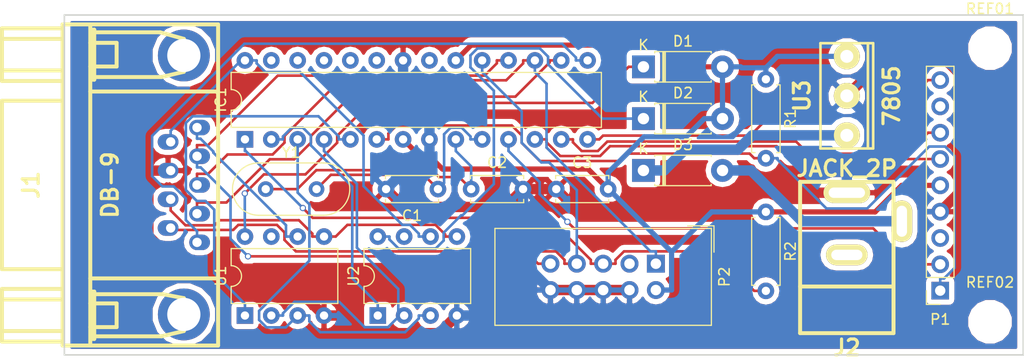
<source format=kicad_pcb>
(kicad_pcb (version 4) (host pcbnew 4.0.5+dfsg1-4)

  (general
    (links 58)
    (no_connects 0)
    (area 112.124999 82.924999 204.675001 115.875001)
    (thickness 1.6)
    (drawings 4)
    (tracks 361)
    (zones 0)
    (modules 19)
    (nets 39)
  )

  (page A4)
  (layers
    (0 F.Cu signal)
    (31 B.Cu signal)
    (32 B.Adhes user)
    (33 F.Adhes user)
    (34 B.Paste user)
    (35 F.Paste user)
    (36 B.SilkS user)
    (37 F.SilkS user)
    (38 B.Mask user)
    (39 F.Mask user)
    (40 Dwgs.User user)
    (41 Cmts.User user)
    (42 Eco1.User user)
    (43 Eco2.User user)
    (44 Edge.Cuts user)
    (45 Margin user)
    (46 B.CrtYd user)
    (47 F.CrtYd user)
    (48 B.Fab user)
    (49 F.Fab user)
  )

  (setup
    (last_trace_width 0.25)
    (trace_clearance 0.2)
    (zone_clearance 0.508)
    (zone_45_only no)
    (trace_min 0.2)
    (segment_width 0.2)
    (edge_width 0.15)
    (via_size 0.6)
    (via_drill 0.4)
    (via_min_size 0.4)
    (via_min_drill 0.3)
    (uvia_size 0.3)
    (uvia_drill 0.1)
    (uvias_allowed no)
    (uvia_min_size 0.2)
    (uvia_min_drill 0.1)
    (pcb_text_width 0.3)
    (pcb_text_size 1.5 1.5)
    (mod_edge_width 0.15)
    (mod_text_size 1 1)
    (mod_text_width 0.15)
    (pad_size 1.524 1.524)
    (pad_drill 0.762)
    (pad_to_mask_clearance 0.2)
    (aux_axis_origin 0 0)
    (visible_elements FFFFFF7F)
    (pcbplotparams
      (layerselection 0x00030_80000001)
      (usegerberextensions false)
      (excludeedgelayer true)
      (linewidth 0.100000)
      (plotframeref false)
      (viasonmask false)
      (mode 1)
      (useauxorigin false)
      (hpglpennumber 1)
      (hpglpenspeed 20)
      (hpglpendiameter 15)
      (hpglpenoverlay 2)
      (psnegative false)
      (psa4output false)
      (plotreference true)
      (plotvalue true)
      (plotinvisibletext false)
      (padsonsilk false)
      (subtractmaskfromsilk false)
      (outputformat 1)
      (mirror false)
      (drillshape 1)
      (scaleselection 1)
      (outputdirectory ""))
  )

  (net 0 "")
  (net 1 "Net-(C1-Pad1)")
  (net 2 GND)
  (net 3 "Net-(C2-Pad1)")
  (net 4 VCC)
  (net 5 "Net-(D1-Pad1)")
  (net 6 "Net-(D2-Pad1)")
  (net 7 "Net-(D3-Pad1)")
  (net 8 "Net-(D3-Pad2)")
  (net 9 "Net-(IC1-Pad1)")
  (net 10 "Net-(IC1-Pad15)")
  (net 11 "Net-(IC1-Pad2)")
  (net 12 "Net-(IC1-Pad16)")
  (net 13 "Net-(IC1-Pad3)")
  (net 14 "Net-(IC1-Pad17)")
  (net 15 "Net-(IC1-Pad4)")
  (net 16 "Net-(IC1-Pad18)")
  (net 17 "Net-(IC1-Pad5)")
  (net 18 "Net-(IC1-Pad19)")
  (net 19 "Net-(IC1-Pad6)")
  (net 20 "Net-(IC1-Pad21)")
  (net 21 "Net-(IC1-Pad23)")
  (net 22 "Net-(IC1-Pad24)")
  (net 23 "Net-(IC1-Pad11)")
  (net 24 "Net-(IC1-Pad25)")
  (net 25 "Net-(IC1-Pad12)")
  (net 26 "Net-(IC1-Pad26)")
  (net 27 "Net-(IC1-Pad13)")
  (net 28 "Net-(IC1-Pad27)")
  (net 29 "Net-(IC1-Pad14)")
  (net 30 "Net-(IC1-Pad28)")
  (net 31 "Net-(J1-Pad5)")
  (net 32 "Net-(J1-Pad7)")
  (net 33 "Net-(J2-Pad2)")
  (net 34 "Net-(P1-Pad3)")
  (net 35 "Net-(P1-Pad8)")
  (net 36 "Net-(P2-Pad3)")
  (net 37 "Net-(U1-Pad7)")
  (net 38 "Net-(U2-Pad7)")

  (net_class Default "Dies ist die voreingestellte Netzklasse."
    (clearance 0.2)
    (trace_width 0.25)
    (via_dia 0.6)
    (via_drill 0.4)
    (uvia_dia 0.3)
    (uvia_drill 0.1)
    (add_net "Net-(C1-Pad1)")
    (add_net "Net-(C2-Pad1)")
    (add_net "Net-(D1-Pad1)")
    (add_net "Net-(D2-Pad1)")
    (add_net "Net-(IC1-Pad1)")
    (add_net "Net-(IC1-Pad11)")
    (add_net "Net-(IC1-Pad12)")
    (add_net "Net-(IC1-Pad13)")
    (add_net "Net-(IC1-Pad14)")
    (add_net "Net-(IC1-Pad15)")
    (add_net "Net-(IC1-Pad16)")
    (add_net "Net-(IC1-Pad17)")
    (add_net "Net-(IC1-Pad18)")
    (add_net "Net-(IC1-Pad19)")
    (add_net "Net-(IC1-Pad2)")
    (add_net "Net-(IC1-Pad21)")
    (add_net "Net-(IC1-Pad23)")
    (add_net "Net-(IC1-Pad24)")
    (add_net "Net-(IC1-Pad25)")
    (add_net "Net-(IC1-Pad26)")
    (add_net "Net-(IC1-Pad27)")
    (add_net "Net-(IC1-Pad28)")
    (add_net "Net-(IC1-Pad3)")
    (add_net "Net-(IC1-Pad4)")
    (add_net "Net-(IC1-Pad5)")
    (add_net "Net-(IC1-Pad6)")
    (add_net "Net-(J1-Pad5)")
    (add_net "Net-(J1-Pad7)")
    (add_net "Net-(J2-Pad2)")
    (add_net "Net-(P1-Pad3)")
    (add_net "Net-(P1-Pad8)")
    (add_net "Net-(P2-Pad3)")
    (add_net "Net-(U1-Pad7)")
    (add_net "Net-(U2-Pad7)")
  )

  (net_class 5V ""
    (clearance 0.4)
    (trace_width 1)
    (via_dia 1.5)
    (via_drill 1)
    (uvia_dia 1)
    (uvia_drill 0.8)
    (add_net "Net-(D3-Pad1)")
    (add_net "Net-(D3-Pad2)")
  )

  (net_class GND ""
    (clearance 0.4)
    (trace_width 1)
    (via_dia 1.5)
    (via_drill 1)
    (uvia_dia 1)
    (uvia_drill 0.8)
    (add_net GND)
  )

  (net_class VCC ""
    (clearance 0.4)
    (trace_width 0.5)
    (via_dia 1)
    (via_drill 0.6)
    (uvia_dia 0.5)
    (uvia_drill 0.2)
    (add_net VCC)
  )

  (module MountingHole:MountingHole_3.2mm_M3_DIN965 (layer F.Cu) (tedit 5A96854A) (tstamp 5AF258AE)
    (at 201.4 112.6)
    (descr "Mounting Hole 3.2mm, no annular, M3, DIN965")
    (tags "mounting hole 3.2mm no annular m3 din965")
    (attr virtual)
    (fp_text reference REF02 (at 0 -3.8) (layer F.SilkS)
      (effects (font (size 1 1) (thickness 0.15)))
    )
    (fp_text value MountingHole_3.2mm_M3_DIN965 (at 0 3.8) (layer F.Fab) hide
      (effects (font (size 1 1) (thickness 0.15)))
    )
    (fp_text user %R (at 0.3 0) (layer F.Fab)
      (effects (font (size 1 1) (thickness 0.15)))
    )
    (fp_circle (center 0 0) (end 2.8 0) (layer Cmts.User) (width 0.15))
    (fp_circle (center 0 0) (end 3.05 0) (layer F.CrtYd) (width 0.05))
    (pad 1 np_thru_hole circle (at 0 0) (size 3.2 3.2) (drill 3.2) (layers *.Cu *.Mask))
  )

  (module Capacitor_THT:C_Disc_D5.0mm_W2.5mm_P5.00mm (layer F.Cu) (tedit 5A142A3B) (tstamp 5A9653DB)
    (at 148.2 99.8 180)
    (descr "C, Disc series, Radial, pin pitch=5.00mm, diameter*width=5*2.5mm^2, Capacitor, http://cdn-reichelt.de/documents/datenblatt/B300/DS_KERKO_TC.pdf")
    (tags "C Disc series Radial pin pitch 5.00mm  diameter 5mm width 2.5mm Capacitor")
    (path /5A966E55)
    (fp_text reference C1 (at 2.5 -2.56 180) (layer F.SilkS)
      (effects (font (size 1 1) (thickness 0.15)))
    )
    (fp_text value 22p (at 2.5 2.56 180) (layer F.Fab)
      (effects (font (size 1 1) (thickness 0.15)))
    )
    (fp_line (start 0 -1.25) (end 0 1.25) (layer F.Fab) (width 0.1))
    (fp_line (start 0 1.25) (end 5 1.25) (layer F.Fab) (width 0.1))
    (fp_line (start 5 1.25) (end 5 -1.25) (layer F.Fab) (width 0.1))
    (fp_line (start 5 -1.25) (end 0 -1.25) (layer F.Fab) (width 0.1))
    (fp_line (start -0.06 -1.31) (end 5.06 -1.31) (layer F.SilkS) (width 0.12))
    (fp_line (start -0.06 1.31) (end 5.06 1.31) (layer F.SilkS) (width 0.12))
    (fp_line (start -0.06 -1.31) (end -0.06 -0.996) (layer F.SilkS) (width 0.12))
    (fp_line (start -0.06 0.996) (end -0.06 1.31) (layer F.SilkS) (width 0.12))
    (fp_line (start 5.06 -1.31) (end 5.06 -0.996) (layer F.SilkS) (width 0.12))
    (fp_line (start 5.06 0.996) (end 5.06 1.31) (layer F.SilkS) (width 0.12))
    (fp_line (start -1.05 -1.6) (end -1.05 1.6) (layer F.CrtYd) (width 0.05))
    (fp_line (start -1.05 1.6) (end 6.05 1.6) (layer F.CrtYd) (width 0.05))
    (fp_line (start 6.05 1.6) (end 6.05 -1.6) (layer F.CrtYd) (width 0.05))
    (fp_line (start 6.05 -1.6) (end -1.05 -1.6) (layer F.CrtYd) (width 0.05))
    (fp_text user %R (at 2.5 0 180) (layer F.Fab)
      (effects (font (size 1 1) (thickness 0.15)))
    )
    (pad 1 thru_hole circle (at 0 0 180) (size 1.6 1.6) (drill 0.8) (layers *.Cu *.Mask)
      (net 1 "Net-(C1-Pad1)"))
    (pad 2 thru_hole circle (at 5 0 180) (size 1.6 1.6) (drill 0.8) (layers *.Cu *.Mask)
      (net 2 GND))
    (model ${KISYS3DMOD}/Capacitor_THT.3dshapes/C_Disc_D5.0mm_W2.5mm_P5.00mm.wrl
      (at (xyz 0 0 0))
      (scale (xyz 1 1 1))
      (rotate (xyz 0 0 0))
    )
  )

  (module Capacitor_THT:C_Disc_D5.0mm_W2.5mm_P5.00mm (layer F.Cu) (tedit 5A142A3B) (tstamp 5A9653E1)
    (at 151.4 99.8)
    (descr "C, Disc series, Radial, pin pitch=5.00mm, diameter*width=5*2.5mm^2, Capacitor, http://cdn-reichelt.de/documents/datenblatt/B300/DS_KERKO_TC.pdf")
    (tags "C Disc series Radial pin pitch 5.00mm  diameter 5mm width 2.5mm Capacitor")
    (path /5A966DA0)
    (fp_text reference C2 (at 2.5 -2.56) (layer F.SilkS)
      (effects (font (size 1 1) (thickness 0.15)))
    )
    (fp_text value 22p (at 2.5 2.56) (layer F.Fab)
      (effects (font (size 1 1) (thickness 0.15)))
    )
    (fp_line (start 0 -1.25) (end 0 1.25) (layer F.Fab) (width 0.1))
    (fp_line (start 0 1.25) (end 5 1.25) (layer F.Fab) (width 0.1))
    (fp_line (start 5 1.25) (end 5 -1.25) (layer F.Fab) (width 0.1))
    (fp_line (start 5 -1.25) (end 0 -1.25) (layer F.Fab) (width 0.1))
    (fp_line (start -0.06 -1.31) (end 5.06 -1.31) (layer F.SilkS) (width 0.12))
    (fp_line (start -0.06 1.31) (end 5.06 1.31) (layer F.SilkS) (width 0.12))
    (fp_line (start -0.06 -1.31) (end -0.06 -0.996) (layer F.SilkS) (width 0.12))
    (fp_line (start -0.06 0.996) (end -0.06 1.31) (layer F.SilkS) (width 0.12))
    (fp_line (start 5.06 -1.31) (end 5.06 -0.996) (layer F.SilkS) (width 0.12))
    (fp_line (start 5.06 0.996) (end 5.06 1.31) (layer F.SilkS) (width 0.12))
    (fp_line (start -1.05 -1.6) (end -1.05 1.6) (layer F.CrtYd) (width 0.05))
    (fp_line (start -1.05 1.6) (end 6.05 1.6) (layer F.CrtYd) (width 0.05))
    (fp_line (start 6.05 1.6) (end 6.05 -1.6) (layer F.CrtYd) (width 0.05))
    (fp_line (start 6.05 -1.6) (end -1.05 -1.6) (layer F.CrtYd) (width 0.05))
    (fp_text user %R (at 2.5 0) (layer F.Fab)
      (effects (font (size 1 1) (thickness 0.15)))
    )
    (pad 1 thru_hole circle (at 0 0) (size 1.6 1.6) (drill 0.8) (layers *.Cu *.Mask)
      (net 3 "Net-(C2-Pad1)"))
    (pad 2 thru_hole circle (at 5 0) (size 1.6 1.6) (drill 0.8) (layers *.Cu *.Mask)
      (net 2 GND))
    (model ${KISYS3DMOD}/Capacitor_THT.3dshapes/C_Disc_D5.0mm_W2.5mm_P5.00mm.wrl
      (at (xyz 0 0 0))
      (scale (xyz 1 1 1))
      (rotate (xyz 0 0 0))
    )
  )

  (module Capacitor_THT:C_Disc_D5.0mm_W2.5mm_P5.00mm (layer F.Cu) (tedit 5A142A3B) (tstamp 5A9653E7)
    (at 159.6 99.8)
    (descr "C, Disc series, Radial, pin pitch=5.00mm, diameter*width=5*2.5mm^2, Capacitor, http://cdn-reichelt.de/documents/datenblatt/B300/DS_KERKO_TC.pdf")
    (tags "C Disc series Radial pin pitch 5.00mm  diameter 5mm width 2.5mm Capacitor")
    (path /5A966181)
    (fp_text reference C3 (at 2.5 -2.56) (layer F.SilkS)
      (effects (font (size 1 1) (thickness 0.15)))
    )
    (fp_text value 100n (at 2.5 2.56) (layer F.Fab)
      (effects (font (size 1 1) (thickness 0.15)))
    )
    (fp_line (start 0 -1.25) (end 0 1.25) (layer F.Fab) (width 0.1))
    (fp_line (start 0 1.25) (end 5 1.25) (layer F.Fab) (width 0.1))
    (fp_line (start 5 1.25) (end 5 -1.25) (layer F.Fab) (width 0.1))
    (fp_line (start 5 -1.25) (end 0 -1.25) (layer F.Fab) (width 0.1))
    (fp_line (start -0.06 -1.31) (end 5.06 -1.31) (layer F.SilkS) (width 0.12))
    (fp_line (start -0.06 1.31) (end 5.06 1.31) (layer F.SilkS) (width 0.12))
    (fp_line (start -0.06 -1.31) (end -0.06 -0.996) (layer F.SilkS) (width 0.12))
    (fp_line (start -0.06 0.996) (end -0.06 1.31) (layer F.SilkS) (width 0.12))
    (fp_line (start 5.06 -1.31) (end 5.06 -0.996) (layer F.SilkS) (width 0.12))
    (fp_line (start 5.06 0.996) (end 5.06 1.31) (layer F.SilkS) (width 0.12))
    (fp_line (start -1.05 -1.6) (end -1.05 1.6) (layer F.CrtYd) (width 0.05))
    (fp_line (start -1.05 1.6) (end 6.05 1.6) (layer F.CrtYd) (width 0.05))
    (fp_line (start 6.05 1.6) (end 6.05 -1.6) (layer F.CrtYd) (width 0.05))
    (fp_line (start 6.05 -1.6) (end -1.05 -1.6) (layer F.CrtYd) (width 0.05))
    (fp_text user %R (at 2.5 0) (layer F.Fab)
      (effects (font (size 1 1) (thickness 0.15)))
    )
    (pad 1 thru_hole circle (at 0 0) (size 1.6 1.6) (drill 0.8) (layers *.Cu *.Mask)
      (net 2 GND))
    (pad 2 thru_hole circle (at 5 0) (size 1.6 1.6) (drill 0.8) (layers *.Cu *.Mask)
      (net 4 VCC))
    (model ${KISYS3DMOD}/Capacitor_THT.3dshapes/C_Disc_D5.0mm_W2.5mm_P5.00mm.wrl
      (at (xyz 0 0 0))
      (scale (xyz 1 1 1))
      (rotate (xyz 0 0 0))
    )
  )

  (module Diode_THT:D_DO-41_SOD81_P7.62mm_Horizontal (layer F.Cu) (tedit 5A195B5A) (tstamp 5A9653ED)
    (at 168 88)
    (descr "D, DO-41_SOD81 series, Axial, Horizontal, pin pitch=7.62mm, , length*diameter=5.2*2.7mm^2, , http://www.diodes.com/_files/packages/DO-41%20(Plastic).pdf")
    (tags "D DO-41_SOD81 series Axial Horizontal pin pitch 7.62mm  length 5.2mm diameter 2.7mm")
    (path /5A964677)
    (fp_text reference D1 (at 3.81 -2.47) (layer F.SilkS)
      (effects (font (size 1 1) (thickness 0.15)))
    )
    (fp_text value 1N4004 (at 3.81 2.47) (layer F.Fab)
      (effects (font (size 1 1) (thickness 0.15)))
    )
    (fp_line (start 1.21 -1.35) (end 1.21 1.35) (layer F.Fab) (width 0.1))
    (fp_line (start 1.21 1.35) (end 6.41 1.35) (layer F.Fab) (width 0.1))
    (fp_line (start 6.41 1.35) (end 6.41 -1.35) (layer F.Fab) (width 0.1))
    (fp_line (start 6.41 -1.35) (end 1.21 -1.35) (layer F.Fab) (width 0.1))
    (fp_line (start 0 0) (end 1.21 0) (layer F.Fab) (width 0.1))
    (fp_line (start 7.62 0) (end 6.41 0) (layer F.Fab) (width 0.1))
    (fp_line (start 1.99 -1.35) (end 1.99 1.35) (layer F.Fab) (width 0.1))
    (fp_line (start 2.09 -1.35) (end 2.09 1.35) (layer F.Fab) (width 0.1))
    (fp_line (start 1.89 -1.35) (end 1.89 1.35) (layer F.Fab) (width 0.1))
    (fp_line (start 1.09 -1.34) (end 1.09 -1.47) (layer F.SilkS) (width 0.12))
    (fp_line (start 1.09 -1.47) (end 6.53 -1.47) (layer F.SilkS) (width 0.12))
    (fp_line (start 6.53 -1.47) (end 6.53 -1.34) (layer F.SilkS) (width 0.12))
    (fp_line (start 1.09 1.34) (end 1.09 1.47) (layer F.SilkS) (width 0.12))
    (fp_line (start 1.09 1.47) (end 6.53 1.47) (layer F.SilkS) (width 0.12))
    (fp_line (start 6.53 1.47) (end 6.53 1.34) (layer F.SilkS) (width 0.12))
    (fp_line (start 1.99 -1.47) (end 1.99 1.47) (layer F.SilkS) (width 0.12))
    (fp_line (start 2.11 -1.47) (end 2.11 1.47) (layer F.SilkS) (width 0.12))
    (fp_line (start 1.87 -1.47) (end 1.87 1.47) (layer F.SilkS) (width 0.12))
    (fp_line (start -1.35 -1.75) (end -1.35 1.75) (layer F.CrtYd) (width 0.05))
    (fp_line (start -1.35 1.75) (end 9 1.75) (layer F.CrtYd) (width 0.05))
    (fp_line (start 9 1.75) (end 9 -1.75) (layer F.CrtYd) (width 0.05))
    (fp_line (start 9 -1.75) (end -1.35 -1.75) (layer F.CrtYd) (width 0.05))
    (fp_text user %R (at 4.2 0) (layer F.Fab)
      (effects (font (size 1 1) (thickness 0.15)))
    )
    (fp_text user K (at 0 -2.1) (layer F.Fab)
      (effects (font (size 1 1) (thickness 0.15)))
    )
    (fp_text user K (at 0 -2.1) (layer F.SilkS)
      (effects (font (size 1 1) (thickness 0.15)))
    )
    (pad 1 thru_hole rect (at 0 0) (size 2.2 2.2) (drill 1.1) (layers *.Cu *.Mask)
      (net 5 "Net-(D1-Pad1)"))
    (pad 2 thru_hole oval (at 7.62 0) (size 2.2 2.2) (drill 1.1) (layers *.Cu *.Mask)
      (net 4 VCC))
    (model ${KISYS3DMOD}/Diode_THT.3dshapes/D_DO-41_SOD81_P7.62mm_Horizontal.wrl
      (at (xyz 0 0 0))
      (scale (xyz 1 1 1))
      (rotate (xyz 0 0 0))
    )
  )

  (module Diode_THT:D_DO-41_SOD81_P7.62mm_Horizontal (layer F.Cu) (tedit 5A195B5A) (tstamp 5A9653F3)
    (at 168 93)
    (descr "D, DO-41_SOD81 series, Axial, Horizontal, pin pitch=7.62mm, , length*diameter=5.2*2.7mm^2, , http://www.diodes.com/_files/packages/DO-41%20(Plastic).pdf")
    (tags "D DO-41_SOD81 series Axial Horizontal pin pitch 7.62mm  length 5.2mm diameter 2.7mm")
    (path /5A964552)
    (fp_text reference D2 (at 3.81 -2.47) (layer F.SilkS)
      (effects (font (size 1 1) (thickness 0.15)))
    )
    (fp_text value 1N4004 (at 3.81 2.47) (layer F.Fab)
      (effects (font (size 1 1) (thickness 0.15)))
    )
    (fp_line (start 1.21 -1.35) (end 1.21 1.35) (layer F.Fab) (width 0.1))
    (fp_line (start 1.21 1.35) (end 6.41 1.35) (layer F.Fab) (width 0.1))
    (fp_line (start 6.41 1.35) (end 6.41 -1.35) (layer F.Fab) (width 0.1))
    (fp_line (start 6.41 -1.35) (end 1.21 -1.35) (layer F.Fab) (width 0.1))
    (fp_line (start 0 0) (end 1.21 0) (layer F.Fab) (width 0.1))
    (fp_line (start 7.62 0) (end 6.41 0) (layer F.Fab) (width 0.1))
    (fp_line (start 1.99 -1.35) (end 1.99 1.35) (layer F.Fab) (width 0.1))
    (fp_line (start 2.09 -1.35) (end 2.09 1.35) (layer F.Fab) (width 0.1))
    (fp_line (start 1.89 -1.35) (end 1.89 1.35) (layer F.Fab) (width 0.1))
    (fp_line (start 1.09 -1.34) (end 1.09 -1.47) (layer F.SilkS) (width 0.12))
    (fp_line (start 1.09 -1.47) (end 6.53 -1.47) (layer F.SilkS) (width 0.12))
    (fp_line (start 6.53 -1.47) (end 6.53 -1.34) (layer F.SilkS) (width 0.12))
    (fp_line (start 1.09 1.34) (end 1.09 1.47) (layer F.SilkS) (width 0.12))
    (fp_line (start 1.09 1.47) (end 6.53 1.47) (layer F.SilkS) (width 0.12))
    (fp_line (start 6.53 1.47) (end 6.53 1.34) (layer F.SilkS) (width 0.12))
    (fp_line (start 1.99 -1.47) (end 1.99 1.47) (layer F.SilkS) (width 0.12))
    (fp_line (start 2.11 -1.47) (end 2.11 1.47) (layer F.SilkS) (width 0.12))
    (fp_line (start 1.87 -1.47) (end 1.87 1.47) (layer F.SilkS) (width 0.12))
    (fp_line (start -1.35 -1.75) (end -1.35 1.75) (layer F.CrtYd) (width 0.05))
    (fp_line (start -1.35 1.75) (end 9 1.75) (layer F.CrtYd) (width 0.05))
    (fp_line (start 9 1.75) (end 9 -1.75) (layer F.CrtYd) (width 0.05))
    (fp_line (start 9 -1.75) (end -1.35 -1.75) (layer F.CrtYd) (width 0.05))
    (fp_text user %R (at 4.2 0) (layer F.Fab)
      (effects (font (size 1 1) (thickness 0.15)))
    )
    (fp_text user K (at 0 -2.1) (layer F.Fab)
      (effects (font (size 1 1) (thickness 0.15)))
    )
    (fp_text user K (at 0 -2.1) (layer F.SilkS)
      (effects (font (size 1 1) (thickness 0.15)))
    )
    (pad 1 thru_hole rect (at 0 0) (size 2.2 2.2) (drill 1.1) (layers *.Cu *.Mask)
      (net 6 "Net-(D2-Pad1)"))
    (pad 2 thru_hole oval (at 7.62 0) (size 2.2 2.2) (drill 1.1) (layers *.Cu *.Mask)
      (net 4 VCC))
    (model ${KISYS3DMOD}/Diode_THT.3dshapes/D_DO-41_SOD81_P7.62mm_Horizontal.wrl
      (at (xyz 0 0 0))
      (scale (xyz 1 1 1))
      (rotate (xyz 0 0 0))
    )
  )

  (module Diode_THT:D_DO-41_SOD81_P7.62mm_Horizontal (layer F.Cu) (tedit 5A195B5A) (tstamp 5A9653F9)
    (at 168 98)
    (descr "D, DO-41_SOD81 series, Axial, Horizontal, pin pitch=7.62mm, , length*diameter=5.2*2.7mm^2, , http://www.diodes.com/_files/packages/DO-41%20(Plastic).pdf")
    (tags "D DO-41_SOD81 series Axial Horizontal pin pitch 7.62mm  length 5.2mm diameter 2.7mm")
    (path /5A96A3B7)
    (fp_text reference D3 (at 3.81 -2.47) (layer F.SilkS)
      (effects (font (size 1 1) (thickness 0.15)))
    )
    (fp_text value 1N4004 (at 3.81 2.47) (layer F.Fab)
      (effects (font (size 1 1) (thickness 0.15)))
    )
    (fp_line (start 1.21 -1.35) (end 1.21 1.35) (layer F.Fab) (width 0.1))
    (fp_line (start 1.21 1.35) (end 6.41 1.35) (layer F.Fab) (width 0.1))
    (fp_line (start 6.41 1.35) (end 6.41 -1.35) (layer F.Fab) (width 0.1))
    (fp_line (start 6.41 -1.35) (end 1.21 -1.35) (layer F.Fab) (width 0.1))
    (fp_line (start 0 0) (end 1.21 0) (layer F.Fab) (width 0.1))
    (fp_line (start 7.62 0) (end 6.41 0) (layer F.Fab) (width 0.1))
    (fp_line (start 1.99 -1.35) (end 1.99 1.35) (layer F.Fab) (width 0.1))
    (fp_line (start 2.09 -1.35) (end 2.09 1.35) (layer F.Fab) (width 0.1))
    (fp_line (start 1.89 -1.35) (end 1.89 1.35) (layer F.Fab) (width 0.1))
    (fp_line (start 1.09 -1.34) (end 1.09 -1.47) (layer F.SilkS) (width 0.12))
    (fp_line (start 1.09 -1.47) (end 6.53 -1.47) (layer F.SilkS) (width 0.12))
    (fp_line (start 6.53 -1.47) (end 6.53 -1.34) (layer F.SilkS) (width 0.12))
    (fp_line (start 1.09 1.34) (end 1.09 1.47) (layer F.SilkS) (width 0.12))
    (fp_line (start 1.09 1.47) (end 6.53 1.47) (layer F.SilkS) (width 0.12))
    (fp_line (start 6.53 1.47) (end 6.53 1.34) (layer F.SilkS) (width 0.12))
    (fp_line (start 1.99 -1.47) (end 1.99 1.47) (layer F.SilkS) (width 0.12))
    (fp_line (start 2.11 -1.47) (end 2.11 1.47) (layer F.SilkS) (width 0.12))
    (fp_line (start 1.87 -1.47) (end 1.87 1.47) (layer F.SilkS) (width 0.12))
    (fp_line (start -1.35 -1.75) (end -1.35 1.75) (layer F.CrtYd) (width 0.05))
    (fp_line (start -1.35 1.75) (end 9 1.75) (layer F.CrtYd) (width 0.05))
    (fp_line (start 9 1.75) (end 9 -1.75) (layer F.CrtYd) (width 0.05))
    (fp_line (start 9 -1.75) (end -1.35 -1.75) (layer F.CrtYd) (width 0.05))
    (fp_text user %R (at 4.2 0) (layer F.Fab)
      (effects (font (size 1 1) (thickness 0.15)))
    )
    (fp_text user K (at 0 -2.1) (layer F.Fab)
      (effects (font (size 1 1) (thickness 0.15)))
    )
    (fp_text user K (at 0 -2.1) (layer F.SilkS)
      (effects (font (size 1 1) (thickness 0.15)))
    )
    (pad 1 thru_hole rect (at 0 0) (size 2.2 2.2) (drill 1.1) (layers *.Cu *.Mask)
      (net 7 "Net-(D3-Pad1)"))
    (pad 2 thru_hole oval (at 7.62 0) (size 2.2 2.2) (drill 1.1) (layers *.Cu *.Mask)
      (net 8 "Net-(D3-Pad2)"))
    (model ${KISYS3DMOD}/Diode_THT.3dshapes/D_DO-41_SOD81_P7.62mm_Horizontal.wrl
      (at (xyz 0 0 0))
      (scale (xyz 1 1 1))
      (rotate (xyz 0 0 0))
    )
  )

  (module Package_DIP:DIP-28_W7.62mm (layer F.Cu) (tedit 5A02E8C5) (tstamp 5A965419)
    (at 129.6 95 90)
    (descr "28-lead though-hole mounted DIP package, row spacing 7.62 mm (300 mils)")
    (tags "THT DIP DIL PDIP 2.54mm 7.62mm 300mil")
    (path /5A9642DE)
    (fp_text reference IC1 (at 3.81 -2.33 90) (layer F.SilkS)
      (effects (font (size 1 1) (thickness 0.15)))
    )
    (fp_text value ATMEGA168-P (at 3.81 35.35 90) (layer F.Fab)
      (effects (font (size 1 1) (thickness 0.15)))
    )
    (fp_arc (start 3.81 -1.33) (end 2.81 -1.33) (angle -180) (layer F.SilkS) (width 0.12))
    (fp_line (start 1.635 -1.27) (end 6.985 -1.27) (layer F.Fab) (width 0.1))
    (fp_line (start 6.985 -1.27) (end 6.985 34.29) (layer F.Fab) (width 0.1))
    (fp_line (start 6.985 34.29) (end 0.635 34.29) (layer F.Fab) (width 0.1))
    (fp_line (start 0.635 34.29) (end 0.635 -0.27) (layer F.Fab) (width 0.1))
    (fp_line (start 0.635 -0.27) (end 1.635 -1.27) (layer F.Fab) (width 0.1))
    (fp_line (start 2.81 -1.33) (end 1.16 -1.33) (layer F.SilkS) (width 0.12))
    (fp_line (start 1.16 -1.33) (end 1.16 34.35) (layer F.SilkS) (width 0.12))
    (fp_line (start 1.16 34.35) (end 6.46 34.35) (layer F.SilkS) (width 0.12))
    (fp_line (start 6.46 34.35) (end 6.46 -1.33) (layer F.SilkS) (width 0.12))
    (fp_line (start 6.46 -1.33) (end 4.81 -1.33) (layer F.SilkS) (width 0.12))
    (fp_line (start -1.1 -1.55) (end -1.1 34.55) (layer F.CrtYd) (width 0.05))
    (fp_line (start -1.1 34.55) (end 8.7 34.55) (layer F.CrtYd) (width 0.05))
    (fp_line (start 8.7 34.55) (end 8.7 -1.55) (layer F.CrtYd) (width 0.05))
    (fp_line (start 8.7 -1.55) (end -1.1 -1.55) (layer F.CrtYd) (width 0.05))
    (fp_text user %R (at 3.81 16.51 90) (layer F.Fab)
      (effects (font (size 1 1) (thickness 0.15)))
    )
    (pad 1 thru_hole rect (at 0 0 90) (size 1.6 1.6) (drill 0.8) (layers *.Cu *.Mask)
      (net 9 "Net-(IC1-Pad1)"))
    (pad 15 thru_hole oval (at 7.62 33.02 90) (size 1.6 1.6) (drill 0.8) (layers *.Cu *.Mask)
      (net 10 "Net-(IC1-Pad15)"))
    (pad 2 thru_hole oval (at 0 2.54 90) (size 1.6 1.6) (drill 0.8) (layers *.Cu *.Mask)
      (net 11 "Net-(IC1-Pad2)"))
    (pad 16 thru_hole oval (at 7.62 30.48 90) (size 1.6 1.6) (drill 0.8) (layers *.Cu *.Mask)
      (net 12 "Net-(IC1-Pad16)"))
    (pad 3 thru_hole oval (at 0 5.08 90) (size 1.6 1.6) (drill 0.8) (layers *.Cu *.Mask)
      (net 13 "Net-(IC1-Pad3)"))
    (pad 17 thru_hole oval (at 7.62 27.94 90) (size 1.6 1.6) (drill 0.8) (layers *.Cu *.Mask)
      (net 14 "Net-(IC1-Pad17)"))
    (pad 4 thru_hole oval (at 0 7.62 90) (size 1.6 1.6) (drill 0.8) (layers *.Cu *.Mask)
      (net 15 "Net-(IC1-Pad4)"))
    (pad 18 thru_hole oval (at 7.62 25.4 90) (size 1.6 1.6) (drill 0.8) (layers *.Cu *.Mask)
      (net 16 "Net-(IC1-Pad18)"))
    (pad 5 thru_hole oval (at 0 10.16 90) (size 1.6 1.6) (drill 0.8) (layers *.Cu *.Mask)
      (net 17 "Net-(IC1-Pad5)"))
    (pad 19 thru_hole oval (at 7.62 22.86 90) (size 1.6 1.6) (drill 0.8) (layers *.Cu *.Mask)
      (net 18 "Net-(IC1-Pad19)"))
    (pad 6 thru_hole oval (at 0 12.7 90) (size 1.6 1.6) (drill 0.8) (layers *.Cu *.Mask)
      (net 19 "Net-(IC1-Pad6)"))
    (pad 20 thru_hole oval (at 7.62 20.32 90) (size 1.6 1.6) (drill 0.8) (layers *.Cu *.Mask)
      (net 4 VCC))
    (pad 7 thru_hole oval (at 0 15.24 90) (size 1.6 1.6) (drill 0.8) (layers *.Cu *.Mask)
      (net 4 VCC))
    (pad 21 thru_hole oval (at 7.62 17.78 90) (size 1.6 1.6) (drill 0.8) (layers *.Cu *.Mask)
      (net 20 "Net-(IC1-Pad21)"))
    (pad 8 thru_hole oval (at 0 17.78 90) (size 1.6 1.6) (drill 0.8) (layers *.Cu *.Mask)
      (net 2 GND))
    (pad 22 thru_hole oval (at 7.62 15.24 90) (size 1.6 1.6) (drill 0.8) (layers *.Cu *.Mask)
      (net 2 GND))
    (pad 9 thru_hole oval (at 0 20.32 90) (size 1.6 1.6) (drill 0.8) (layers *.Cu *.Mask)
      (net 3 "Net-(C2-Pad1)"))
    (pad 23 thru_hole oval (at 7.62 12.7 90) (size 1.6 1.6) (drill 0.8) (layers *.Cu *.Mask)
      (net 21 "Net-(IC1-Pad23)"))
    (pad 10 thru_hole oval (at 0 22.86 90) (size 1.6 1.6) (drill 0.8) (layers *.Cu *.Mask)
      (net 1 "Net-(C1-Pad1)"))
    (pad 24 thru_hole oval (at 7.62 10.16 90) (size 1.6 1.6) (drill 0.8) (layers *.Cu *.Mask)
      (net 22 "Net-(IC1-Pad24)"))
    (pad 11 thru_hole oval (at 0 25.4 90) (size 1.6 1.6) (drill 0.8) (layers *.Cu *.Mask)
      (net 23 "Net-(IC1-Pad11)"))
    (pad 25 thru_hole oval (at 7.62 7.62 90) (size 1.6 1.6) (drill 0.8) (layers *.Cu *.Mask)
      (net 24 "Net-(IC1-Pad25)"))
    (pad 12 thru_hole oval (at 0 27.94 90) (size 1.6 1.6) (drill 0.8) (layers *.Cu *.Mask)
      (net 25 "Net-(IC1-Pad12)"))
    (pad 26 thru_hole oval (at 7.62 5.08 90) (size 1.6 1.6) (drill 0.8) (layers *.Cu *.Mask)
      (net 26 "Net-(IC1-Pad26)"))
    (pad 13 thru_hole oval (at 0 30.48 90) (size 1.6 1.6) (drill 0.8) (layers *.Cu *.Mask)
      (net 27 "Net-(IC1-Pad13)"))
    (pad 27 thru_hole oval (at 7.62 2.54 90) (size 1.6 1.6) (drill 0.8) (layers *.Cu *.Mask)
      (net 28 "Net-(IC1-Pad27)"))
    (pad 14 thru_hole oval (at 0 33.02 90) (size 1.6 1.6) (drill 0.8) (layers *.Cu *.Mask)
      (net 29 "Net-(IC1-Pad14)"))
    (pad 28 thru_hole oval (at 7.62 0 90) (size 1.6 1.6) (drill 0.8) (layers *.Cu *.Mask)
      (net 30 "Net-(IC1-Pad28)"))
    (model ${KISYS3DMOD}/Package_DIP.3dshapes/DIP-28_W7.62mm.wrl
      (at (xyz 0 0 0))
      (scale (xyz 1 1 1))
      (rotate (xyz 0 0 0))
    )
  )

  (module w_conn_misc:dc_socket (layer F.Cu) (tedit 0) (tstamp 5A96542D)
    (at 187.6 106.4)
    (descr "Socket, DC power supply")
    (path /5A96A5D5)
    (fp_text reference J2 (at 0 8.6995) (layer F.SilkS)
      (effects (font (thickness 0.3048)))
    )
    (fp_text value JACK_2P (at 0 -8.60044) (layer F.SilkS)
      (effects (font (thickness 0.3048)))
    )
    (fp_line (start -4.50088 2.79908) (end 4.50088 2.79908) (layer F.SilkS) (width 0.381))
    (fp_line (start -4.50088 7.29996) (end 4.50088 7.29996) (layer F.SilkS) (width 0.381))
    (fp_line (start 4.50088 7.29996) (end 4.50088 -7.29996) (layer F.SilkS) (width 0.381))
    (fp_line (start 4.50088 -7.29996) (end -4.50088 -7.29996) (layer F.SilkS) (width 0.381))
    (fp_line (start -4.50088 -7.29996) (end -4.50088 7.29996) (layer F.SilkS) (width 0.381))
    (pad 1 thru_hole oval (at 5.30098 -3.50012) (size 1.99898 4.0005) (drill oval 1.00076 2.99974) (layers *.Cu *.Mask F.SilkS)
      (net 8 "Net-(D3-Pad2)"))
    (pad 2 thru_hole oval (at 0 -0.24892) (size 4.0005 1.99898) (drill oval 2.99974 1.00076) (layers *.Cu *.Mask F.SilkS)
      (net 33 "Net-(J2-Pad2)"))
    (pad 3 thru_hole oval (at 0 -6.25094) (size 4.50088 1.99898) (drill oval 3.50012 1.00076) (layers *.Cu *.Mask F.SilkS)
      (net 2 GND))
    (model walter/conn_misc/dc_socket.wrl
      (at (xyz 0 0 0))
      (scale (xyz 1 1 1))
      (rotate (xyz 0 0 0))
    )
  )

  (module Connector_PinSocket_2.54mm:PinSocket_1x09_P2.54mm_Vertical (layer F.Cu) (tedit 5A19A431) (tstamp 5A96543A)
    (at 196.6 109.6 180)
    (descr "Through hole straight socket strip, 1x09, 2.54mm pitch, single row (from Kicad 4.0.7), script generated")
    (tags "Through hole socket strip THT 1x09 2.54mm single row")
    (path /5A96440B)
    (fp_text reference P1 (at 0 -2.77 180) (layer F.SilkS)
      (effects (font (size 1 1) (thickness 0.15)))
    )
    (fp_text value "PSX Controller" (at 0 23.09 180) (layer F.Fab)
      (effects (font (size 1 1) (thickness 0.15)))
    )
    (fp_line (start -1.27 -1.27) (end 0.635 -1.27) (layer F.Fab) (width 0.1))
    (fp_line (start 0.635 -1.27) (end 1.27 -0.635) (layer F.Fab) (width 0.1))
    (fp_line (start 1.27 -0.635) (end 1.27 21.59) (layer F.Fab) (width 0.1))
    (fp_line (start 1.27 21.59) (end -1.27 21.59) (layer F.Fab) (width 0.1))
    (fp_line (start -1.27 21.59) (end -1.27 -1.27) (layer F.Fab) (width 0.1))
    (fp_line (start -1.33 1.27) (end 1.33 1.27) (layer F.SilkS) (width 0.12))
    (fp_line (start -1.33 1.27) (end -1.33 21.65) (layer F.SilkS) (width 0.12))
    (fp_line (start -1.33 21.65) (end 1.33 21.65) (layer F.SilkS) (width 0.12))
    (fp_line (start 1.33 1.27) (end 1.33 21.65) (layer F.SilkS) (width 0.12))
    (fp_line (start 1.33 -1.33) (end 1.33 0) (layer F.SilkS) (width 0.12))
    (fp_line (start 0 -1.33) (end 1.33 -1.33) (layer F.SilkS) (width 0.12))
    (fp_line (start -1.8 -1.8) (end 1.75 -1.8) (layer F.CrtYd) (width 0.05))
    (fp_line (start 1.75 -1.8) (end 1.75 22.1) (layer F.CrtYd) (width 0.05))
    (fp_line (start 1.75 22.1) (end -1.8 22.1) (layer F.CrtYd) (width 0.05))
    (fp_line (start -1.8 22.1) (end -1.8 -1.8) (layer F.CrtYd) (width 0.05))
    (fp_text user %R (at 0 10.16 270) (layer F.Fab)
      (effects (font (size 1 1) (thickness 0.15)))
    )
    (pad 1 thru_hole rect (at 0 0 180) (size 1.7 1.7) (drill 1) (layers *.Cu *.Mask)
      (net 19 "Net-(IC1-Pad6)"))
    (pad 2 thru_hole oval (at 0 2.54 180) (size 1.7 1.7) (drill 1) (layers *.Cu *.Mask)
      (net 23 "Net-(IC1-Pad11)"))
    (pad 3 thru_hole oval (at 0 5.08 180) (size 1.7 1.7) (drill 1) (layers *.Cu *.Mask)
      (net 34 "Net-(P1-Pad3)"))
    (pad 4 thru_hole oval (at 0 7.62 180) (size 1.7 1.7) (drill 1) (layers *.Cu *.Mask)
      (net 2 GND))
    (pad 5 thru_hole oval (at 0 10.16 180) (size 1.7 1.7) (drill 1) (layers *.Cu *.Mask)
      (net 4 VCC))
    (pad 6 thru_hole oval (at 0 12.7 180) (size 1.7 1.7) (drill 1) (layers *.Cu *.Mask)
      (net 25 "Net-(IC1-Pad12)"))
    (pad 7 thru_hole oval (at 0 15.24 180) (size 1.7 1.7) (drill 1) (layers *.Cu *.Mask)
      (net 27 "Net-(IC1-Pad13)"))
    (pad 8 thru_hole oval (at 0 17.78 180) (size 1.7 1.7) (drill 1) (layers *.Cu *.Mask)
      (net 35 "Net-(P1-Pad8)"))
    (pad 9 thru_hole oval (at 0 20.32 180) (size 1.7 1.7) (drill 1) (layers *.Cu *.Mask)
      (net 29 "Net-(IC1-Pad14)"))
    (model ${KISYS3DMOD}/Connector_PinSocket_2.54mm.3dshapes/PinSocket_1x09_P2.54mm_Vertical.wrl
      (at (xyz 0 0 0))
      (scale (xyz 1 1 1))
      (rotate (xyz 0 0 0))
    )
  )

  (module Resistor_THT:R_Axial_DIN0207_L6.3mm_D2.5mm_P7.62mm_Horizontal (layer F.Cu) (tedit 5A24F4B6) (tstamp 5A96544E)
    (at 179.8 89.2 270)
    (descr "Resistor, Axial_DIN0207 series, Axial, Horizontal, pin pitch=7.62mm, 0.25W = 1/4W, length*diameter=6.3*2.5mm^2, http://cdn-reichelt.de/documents/datenblatt/B400/1_4W%23YAG.pdf")
    (tags "Resistor Axial_DIN0207 series Axial Horizontal pin pitch 7.62mm 0.25W = 1/4W length 6.3mm diameter 2.5mm")
    (path /5A967C2A)
    (fp_text reference R1 (at 3.81 -2.37 270) (layer F.SilkS)
      (effects (font (size 1 1) (thickness 0.15)))
    )
    (fp_text value 10k (at 3.81 2.37 270) (layer F.Fab)
      (effects (font (size 1 1) (thickness 0.15)))
    )
    (fp_line (start 0.66 -1.25) (end 0.66 1.25) (layer F.Fab) (width 0.1))
    (fp_line (start 0.66 1.25) (end 6.96 1.25) (layer F.Fab) (width 0.1))
    (fp_line (start 6.96 1.25) (end 6.96 -1.25) (layer F.Fab) (width 0.1))
    (fp_line (start 6.96 -1.25) (end 0.66 -1.25) (layer F.Fab) (width 0.1))
    (fp_line (start 0 0) (end 0.66 0) (layer F.Fab) (width 0.1))
    (fp_line (start 7.62 0) (end 6.96 0) (layer F.Fab) (width 0.1))
    (fp_line (start 0.54 -1.04) (end 0.54 -1.37) (layer F.SilkS) (width 0.12))
    (fp_line (start 0.54 -1.37) (end 7.08 -1.37) (layer F.SilkS) (width 0.12))
    (fp_line (start 7.08 -1.37) (end 7.08 -1.04) (layer F.SilkS) (width 0.12))
    (fp_line (start 0.54 1.04) (end 0.54 1.37) (layer F.SilkS) (width 0.12))
    (fp_line (start 0.54 1.37) (end 7.08 1.37) (layer F.SilkS) (width 0.12))
    (fp_line (start 7.08 1.37) (end 7.08 1.04) (layer F.SilkS) (width 0.12))
    (fp_line (start -1.05 -1.65) (end -1.05 1.65) (layer F.CrtYd) (width 0.05))
    (fp_line (start -1.05 1.65) (end 8.7 1.65) (layer F.CrtYd) (width 0.05))
    (fp_line (start 8.7 1.65) (end 8.7 -1.65) (layer F.CrtYd) (width 0.05))
    (fp_line (start 8.7 -1.65) (end -1.05 -1.65) (layer F.CrtYd) (width 0.05))
    (fp_text user %R (at 3.81 0 270) (layer F.Fab)
      (effects (font (size 1 1) (thickness 0.15)))
    )
    (pad 1 thru_hole circle (at 0 0 270) (size 1.6 1.6) (drill 0.8) (layers *.Cu *.Mask)
      (net 4 VCC))
    (pad 2 thru_hole oval (at 7.62 0 270) (size 1.6 1.6) (drill 0.8) (layers *.Cu *.Mask)
      (net 19 "Net-(IC1-Pad6)"))
    (model ${KISYS3DMOD}/Resistor_THT.3dshapes/R_Axial_DIN0207_L6.3mm_D2.5mm_P7.62mm_Horizontal.wrl
      (at (xyz 0 0 0))
      (scale (xyz 1 1 1))
      (rotate (xyz 0 0 0))
    )
  )

  (module Resistor_THT:R_Axial_DIN0207_L6.3mm_D2.5mm_P7.62mm_Horizontal (layer F.Cu) (tedit 5A24F4B6) (tstamp 5A965454)
    (at 179.8 102 270)
    (descr "Resistor, Axial_DIN0207 series, Axial, Horizontal, pin pitch=7.62mm, 0.25W = 1/4W, length*diameter=6.3*2.5mm^2, http://cdn-reichelt.de/documents/datenblatt/B400/1_4W%23YAG.pdf")
    (tags "Resistor Axial_DIN0207 series Axial Horizontal pin pitch 7.62mm 0.25W = 1/4W length 6.3mm diameter 2.5mm")
    (path /5A96765B)
    (fp_text reference R2 (at 3.81 -2.37 270) (layer F.SilkS)
      (effects (font (size 1 1) (thickness 0.15)))
    )
    (fp_text value 10k (at 3.81 2.37 270) (layer F.Fab)
      (effects (font (size 1 1) (thickness 0.15)))
    )
    (fp_line (start 0.66 -1.25) (end 0.66 1.25) (layer F.Fab) (width 0.1))
    (fp_line (start 0.66 1.25) (end 6.96 1.25) (layer F.Fab) (width 0.1))
    (fp_line (start 6.96 1.25) (end 6.96 -1.25) (layer F.Fab) (width 0.1))
    (fp_line (start 6.96 -1.25) (end 0.66 -1.25) (layer F.Fab) (width 0.1))
    (fp_line (start 0 0) (end 0.66 0) (layer F.Fab) (width 0.1))
    (fp_line (start 7.62 0) (end 6.96 0) (layer F.Fab) (width 0.1))
    (fp_line (start 0.54 -1.04) (end 0.54 -1.37) (layer F.SilkS) (width 0.12))
    (fp_line (start 0.54 -1.37) (end 7.08 -1.37) (layer F.SilkS) (width 0.12))
    (fp_line (start 7.08 -1.37) (end 7.08 -1.04) (layer F.SilkS) (width 0.12))
    (fp_line (start 0.54 1.04) (end 0.54 1.37) (layer F.SilkS) (width 0.12))
    (fp_line (start 0.54 1.37) (end 7.08 1.37) (layer F.SilkS) (width 0.12))
    (fp_line (start 7.08 1.37) (end 7.08 1.04) (layer F.SilkS) (width 0.12))
    (fp_line (start -1.05 -1.65) (end -1.05 1.65) (layer F.CrtYd) (width 0.05))
    (fp_line (start -1.05 1.65) (end 8.7 1.65) (layer F.CrtYd) (width 0.05))
    (fp_line (start 8.7 1.65) (end 8.7 -1.65) (layer F.CrtYd) (width 0.05))
    (fp_line (start 8.7 -1.65) (end -1.05 -1.65) (layer F.CrtYd) (width 0.05))
    (fp_text user %R (at 3.81 0 270) (layer F.Fab)
      (effects (font (size 1 1) (thickness 0.15)))
    )
    (pad 1 thru_hole circle (at 0 0 270) (size 1.6 1.6) (drill 0.8) (layers *.Cu *.Mask)
      (net 4 VCC))
    (pad 2 thru_hole oval (at 7.62 0 270) (size 1.6 1.6) (drill 0.8) (layers *.Cu *.Mask)
      (net 9 "Net-(IC1-Pad1)"))
    (model ${KISYS3DMOD}/Resistor_THT.3dshapes/R_Axial_DIN0207_L6.3mm_D2.5mm_P7.62mm_Horizontal.wrl
      (at (xyz 0 0 0))
      (scale (xyz 1 1 1))
      (rotate (xyz 0 0 0))
    )
  )

  (module Package_DIP:DIP-8_W7.62mm (layer F.Cu) (tedit 5A02E8C5) (tstamp 5A965460)
    (at 129.6 112 90)
    (descr "8-lead though-hole mounted DIP package, row spacing 7.62 mm (300 mils)")
    (tags "THT DIP DIL PDIP 2.54mm 7.62mm 300mil")
    (path /5A9641EA)
    (fp_text reference U1 (at 3.81 -2.33 90) (layer F.SilkS)
      (effects (font (size 1 1) (thickness 0.15)))
    )
    (fp_text value MCP41100 (at 3.81 9.95 90) (layer F.Fab)
      (effects (font (size 1 1) (thickness 0.15)))
    )
    (fp_arc (start 3.81 -1.33) (end 2.81 -1.33) (angle -180) (layer F.SilkS) (width 0.12))
    (fp_line (start 1.635 -1.27) (end 6.985 -1.27) (layer F.Fab) (width 0.1))
    (fp_line (start 6.985 -1.27) (end 6.985 8.89) (layer F.Fab) (width 0.1))
    (fp_line (start 6.985 8.89) (end 0.635 8.89) (layer F.Fab) (width 0.1))
    (fp_line (start 0.635 8.89) (end 0.635 -0.27) (layer F.Fab) (width 0.1))
    (fp_line (start 0.635 -0.27) (end 1.635 -1.27) (layer F.Fab) (width 0.1))
    (fp_line (start 2.81 -1.33) (end 1.16 -1.33) (layer F.SilkS) (width 0.12))
    (fp_line (start 1.16 -1.33) (end 1.16 8.95) (layer F.SilkS) (width 0.12))
    (fp_line (start 1.16 8.95) (end 6.46 8.95) (layer F.SilkS) (width 0.12))
    (fp_line (start 6.46 8.95) (end 6.46 -1.33) (layer F.SilkS) (width 0.12))
    (fp_line (start 6.46 -1.33) (end 4.81 -1.33) (layer F.SilkS) (width 0.12))
    (fp_line (start -1.1 -1.55) (end -1.1 9.15) (layer F.CrtYd) (width 0.05))
    (fp_line (start -1.1 9.15) (end 8.7 9.15) (layer F.CrtYd) (width 0.05))
    (fp_line (start 8.7 9.15) (end 8.7 -1.55) (layer F.CrtYd) (width 0.05))
    (fp_line (start 8.7 -1.55) (end -1.1 -1.55) (layer F.CrtYd) (width 0.05))
    (fp_text user %R (at 3.81 3.81 90) (layer F.Fab)
      (effects (font (size 1 1) (thickness 0.15)))
    )
    (pad 1 thru_hole rect (at 0 0 90) (size 1.6 1.6) (drill 0.8) (layers *.Cu *.Mask)
      (net 17 "Net-(IC1-Pad5)"))
    (pad 5 thru_hole oval (at 7.62 7.62 90) (size 1.6 1.6) (drill 0.8) (layers *.Cu *.Mask)
      (net 32 "Net-(J1-Pad7)"))
    (pad 2 thru_hole oval (at 0 2.54 90) (size 1.6 1.6) (drill 0.8) (layers *.Cu *.Mask)
      (net 15 "Net-(IC1-Pad4)"))
    (pad 6 thru_hole oval (at 7.62 5.08 90) (size 1.6 1.6) (drill 0.8) (layers *.Cu *.Mask)
      (net 31 "Net-(J1-Pad5)"))
    (pad 3 thru_hole oval (at 0 5.08 90) (size 1.6 1.6) (drill 0.8) (layers *.Cu *.Mask)
      (net 13 "Net-(IC1-Pad3)"))
    (pad 7 thru_hole oval (at 7.62 2.54 90) (size 1.6 1.6) (drill 0.8) (layers *.Cu *.Mask)
      (net 37 "Net-(U1-Pad7)"))
    (pad 4 thru_hole oval (at 0 7.62 90) (size 1.6 1.6) (drill 0.8) (layers *.Cu *.Mask)
      (net 2 GND))
    (pad 8 thru_hole oval (at 7.62 0 90) (size 1.6 1.6) (drill 0.8) (layers *.Cu *.Mask)
      (net 5 "Net-(D1-Pad1)"))
    (model ${KISYS3DMOD}/Package_DIP.3dshapes/DIP-8_W7.62mm.wrl
      (at (xyz 0 0 0))
      (scale (xyz 1 1 1))
      (rotate (xyz 0 0 0))
    )
  )

  (module Package_DIP:DIP-8_W7.62mm (layer F.Cu) (tedit 5A02E8C5) (tstamp 5A96546C)
    (at 142.4 112 90)
    (descr "8-lead though-hole mounted DIP package, row spacing 7.62 mm (300 mils)")
    (tags "THT DIP DIL PDIP 2.54mm 7.62mm 300mil")
    (path /5A964241)
    (fp_text reference U2 (at 3.81 -2.33 90) (layer F.SilkS)
      (effects (font (size 1 1) (thickness 0.15)))
    )
    (fp_text value MCP41100 (at 3.81 9.95 90) (layer F.Fab)
      (effects (font (size 1 1) (thickness 0.15)))
    )
    (fp_arc (start 3.81 -1.33) (end 2.81 -1.33) (angle -180) (layer F.SilkS) (width 0.12))
    (fp_line (start 1.635 -1.27) (end 6.985 -1.27) (layer F.Fab) (width 0.1))
    (fp_line (start 6.985 -1.27) (end 6.985 8.89) (layer F.Fab) (width 0.1))
    (fp_line (start 6.985 8.89) (end 0.635 8.89) (layer F.Fab) (width 0.1))
    (fp_line (start 0.635 8.89) (end 0.635 -0.27) (layer F.Fab) (width 0.1))
    (fp_line (start 0.635 -0.27) (end 1.635 -1.27) (layer F.Fab) (width 0.1))
    (fp_line (start 2.81 -1.33) (end 1.16 -1.33) (layer F.SilkS) (width 0.12))
    (fp_line (start 1.16 -1.33) (end 1.16 8.95) (layer F.SilkS) (width 0.12))
    (fp_line (start 1.16 8.95) (end 6.46 8.95) (layer F.SilkS) (width 0.12))
    (fp_line (start 6.46 8.95) (end 6.46 -1.33) (layer F.SilkS) (width 0.12))
    (fp_line (start 6.46 -1.33) (end 4.81 -1.33) (layer F.SilkS) (width 0.12))
    (fp_line (start -1.1 -1.55) (end -1.1 9.15) (layer F.CrtYd) (width 0.05))
    (fp_line (start -1.1 9.15) (end 8.7 9.15) (layer F.CrtYd) (width 0.05))
    (fp_line (start 8.7 9.15) (end 8.7 -1.55) (layer F.CrtYd) (width 0.05))
    (fp_line (start 8.7 -1.55) (end -1.1 -1.55) (layer F.CrtYd) (width 0.05))
    (fp_text user %R (at 3.81 3.81 90) (layer F.Fab)
      (effects (font (size 1 1) (thickness 0.15)))
    )
    (pad 1 thru_hole rect (at 0 0 90) (size 1.6 1.6) (drill 0.8) (layers *.Cu *.Mask)
      (net 11 "Net-(IC1-Pad2)"))
    (pad 5 thru_hole oval (at 7.62 7.62 90) (size 1.6 1.6) (drill 0.8) (layers *.Cu *.Mask)
      (net 32 "Net-(J1-Pad7)"))
    (pad 2 thru_hole oval (at 0 2.54 90) (size 1.6 1.6) (drill 0.8) (layers *.Cu *.Mask)
      (net 15 "Net-(IC1-Pad4)"))
    (pad 6 thru_hole oval (at 7.62 5.08 90) (size 1.6 1.6) (drill 0.8) (layers *.Cu *.Mask)
      (net 30 "Net-(IC1-Pad28)"))
    (pad 3 thru_hole oval (at 0 5.08 90) (size 1.6 1.6) (drill 0.8) (layers *.Cu *.Mask)
      (net 13 "Net-(IC1-Pad3)"))
    (pad 7 thru_hole oval (at 7.62 2.54 90) (size 1.6 1.6) (drill 0.8) (layers *.Cu *.Mask)
      (net 38 "Net-(U2-Pad7)"))
    (pad 4 thru_hole oval (at 0 7.62 90) (size 1.6 1.6) (drill 0.8) (layers *.Cu *.Mask)
      (net 2 GND))
    (pad 8 thru_hole oval (at 7.62 0 90) (size 1.6 1.6) (drill 0.8) (layers *.Cu *.Mask)
      (net 6 "Net-(D2-Pad1)"))
    (model ${KISYS3DMOD}/Package_DIP.3dshapes/DIP-8_W7.62mm.wrl
      (at (xyz 0 0 0))
      (scale (xyz 1 1 1))
      (rotate (xyz 0 0 0))
    )
  )

  (module w_conn_d-sub:DB_9F (layer F.Cu) (tedit 0) (tstamp 5A968373)
    (at 116.6 99.4 270)
    (descr "D-SUB 9 pin socket, Tyco P/N 4-1634584-2")
    (path /5A96436E)
    (fp_text reference J1 (at 0 7.62 270) (layer F.SilkS)
      (effects (font (thickness 0.3048)))
    )
    (fp_text value DB-9 (at 0 0 270) (layer F.SilkS)
      (effects (font (thickness 0.3048)))
    )
    (fp_line (start 10.541 1.524) (end 10.541 -5.08) (layer F.SilkS) (width 0.381))
    (fp_line (start 10.541 -5.08) (end 10.922 -7.112) (layer F.SilkS) (width 0.381))
    (fp_line (start 10.922 -7.112) (end 14.097 -7.112) (layer F.SilkS) (width 0.381))
    (fp_line (start 14.097 -7.112) (end 14.605 -4.953) (layer F.SilkS) (width 0.381))
    (fp_line (start 14.605 -4.953) (end 14.605 1.524) (layer F.SilkS) (width 0.381))
    (fp_line (start -10.922 -7.112) (end -10.414 -4.953) (layer F.SilkS) (width 0.381))
    (fp_line (start -10.414 -4.953) (end -10.414 1.524) (layer F.SilkS) (width 0.381))
    (fp_line (start -14.732 1.524) (end -14.732 -4.826) (layer F.SilkS) (width 0.381))
    (fp_line (start -14.732 -4.826) (end -14.097 -7.112) (layer F.SilkS) (width 0.381))
    (fp_line (start -14.097 -7.112) (end -10.922 -7.112) (layer F.SilkS) (width 0.381))
    (fp_line (start 14.859 1.524) (end 10.287 1.524) (layer F.SilkS) (width 0.381))
    (fp_line (start 10.287 1.524) (end 10.287 1.778) (layer F.SilkS) (width 0.381))
    (fp_line (start 10.287 1.778) (end 14.859 1.778) (layer F.SilkS) (width 0.381))
    (fp_line (start 14.859 1.778) (end 14.859 1.524) (layer F.SilkS) (width 0.381))
    (fp_line (start -10.16 1.524) (end -14.986 1.524) (layer F.SilkS) (width 0.381))
    (fp_line (start -14.986 1.524) (end -14.986 1.778) (layer F.SilkS) (width 0.381))
    (fp_line (start -14.986 1.778) (end -10.16 1.778) (layer F.SilkS) (width 0.381))
    (fp_line (start -10.16 1.778) (end -10.16 1.524) (layer F.SilkS) (width 0.381))
    (fp_line (start 11.43 1.905) (end 11.43 -0.635) (layer F.SilkS) (width 0.381))
    (fp_line (start 11.43 -0.635) (end 13.716 -0.635) (layer F.SilkS) (width 0.381))
    (fp_line (start 13.716 -0.635) (end 13.716 1.905) (layer F.SilkS) (width 0.381))
    (fp_line (start -13.716 1.905) (end -13.716 -0.635) (layer F.SilkS) (width 0.381))
    (fp_line (start -13.716 -0.635) (end -11.43 -0.635) (layer F.SilkS) (width 0.381))
    (fp_line (start -11.43 -0.635) (end -11.43 1.905) (layer F.SilkS) (width 0.381))
    (fp_line (start 9.017 1.905) (end 9.017 -10.414) (layer F.SilkS) (width 0.381))
    (fp_line (start -9.017 1.905) (end -9.017 -10.414) (layer F.SilkS) (width 0.381))
    (fp_line (start -15.494 1.905) (end 15.494 1.905) (layer F.SilkS) (width 0.381))
    (fp_line (start -11.049 4.572) (end -11.049 10.414) (layer F.SilkS) (width 0.381))
    (fp_line (start -14.097 4.572) (end -14.097 10.414) (layer F.SilkS) (width 0.381))
    (fp_line (start 14.097 4.572) (end 14.097 10.414) (layer F.SilkS) (width 0.381))
    (fp_line (start 11.049 4.572) (end 11.049 10.414) (layer F.SilkS) (width 0.381))
    (fp_line (start 10.033 4.572) (end 10.033 10.414) (layer F.SilkS) (width 0.381))
    (fp_line (start 10.033 10.414) (end 15.113 10.414) (layer F.SilkS) (width 0.381))
    (fp_line (start 15.113 10.414) (end 15.113 4.699) (layer F.SilkS) (width 0.381))
    (fp_line (start -15.113 4.572) (end -15.113 10.414) (layer F.SilkS) (width 0.381))
    (fp_line (start -15.113 10.414) (end -10.033 10.414) (layer F.SilkS) (width 0.381))
    (fp_line (start -10.033 10.414) (end -10.033 4.699) (layer F.SilkS) (width 0.381))
    (fp_line (start -8.128 4.572) (end -8.128 10.414) (layer F.SilkS) (width 0.381))
    (fp_line (start -8.128 10.414) (end 8.128 10.414) (layer F.SilkS) (width 0.381))
    (fp_line (start 8.128 10.414) (end 8.128 4.572) (layer F.SilkS) (width 0.381))
    (fp_line (start -15.494 4.572) (end 15.494 4.572) (layer F.SilkS) (width 0.381))
    (fp_line (start 15.494 4.572) (end 15.494 -10.414) (layer F.SilkS) (width 0.381))
    (fp_line (start 15.494 -10.414) (end -15.494 -10.414) (layer F.SilkS) (width 0.381))
    (fp_line (start -15.494 -10.414) (end -15.494 4.572) (layer F.SilkS) (width 0.381))
    (pad "" thru_hole circle (at 12.49426 -7.112 270) (size 5.00126 5.00126) (drill 3.2004) (layers *.Cu *.Mask))
    (pad 3 thru_hole oval (at 0 -8.382 270) (size 1.50114 1.99898) (drill 0.89916 (offset 0 -0.24892)) (layers *.Cu *.Mask)
      (net 14 "Net-(IC1-Pad17)"))
    (pad 2 thru_hole oval (at 2.77114 -8.382 270) (size 1.50114 1.99898) (drill 0.89916 (offset 0 -0.24892)) (layers *.Cu *.Mask)
      (net 12 "Net-(IC1-Pad16)"))
    (pad 1 thru_hole oval (at 5.53974 -8.382 270) (size 1.50114 1.99898) (drill 0.89916 (offset 0 -0.24892)) (layers *.Cu *.Mask)
      (net 10 "Net-(IC1-Pad15)"))
    (pad 4 thru_hole oval (at -2.77114 -8.382 270) (size 1.50114 1.99898) (drill 0.89916 (offset 0 -0.24892)) (layers *.Cu *.Mask)
      (net 16 "Net-(IC1-Pad18)"))
    (pad 5 thru_hole oval (at -5.53974 -8.382 270) (size 1.50114 1.99898) (drill 0.89916 (offset 0 -0.24892)) (layers *.Cu *.Mask)
      (net 31 "Net-(J1-Pad5)"))
    (pad 9 thru_hole oval (at -4.15544 -5.842 270) (size 1.50114 1.99898) (drill 0.89916 (offset 0 0.24892)) (layers *.Cu *.Mask)
      (net 30 "Net-(IC1-Pad28)"))
    (pad 8 thru_hole oval (at -1.3843 -5.842 270) (size 1.50114 1.99898) (drill 0.89916 (offset 0 0.24892)) (layers *.Cu *.Mask)
      (net 2 GND))
    (pad 7 thru_hole oval (at 1.3843 -5.842 270) (size 1.50114 1.99898) (drill 0.89916 (offset 0 0.24892)) (layers *.Cu *.Mask)
      (net 32 "Net-(J1-Pad7)"))
    (pad 6 thru_hole oval (at 4.15544 -5.842 270) (size 1.50114 1.99898) (drill 0.89916 (offset 0 0.24892)) (layers *.Cu *.Mask)
      (net 18 "Net-(IC1-Pad19)"))
    (pad "" thru_hole circle (at -12.49426 -7.112 270) (size 5.00126 5.00126) (drill 3.2004) (layers *.Cu *.Mask))
    (model walter/conn_d-sub/db_9f.wrl
      (at (xyz 0 0 0))
      (scale (xyz 1 1 1))
      (rotate (xyz 0 0 0))
    )
  )

  (module Connector_IDC:IDC-Header_2x05_P2.54mm_Vertical (layer F.Cu) (tedit 59DE0611) (tstamp 5A968381)
    (at 169.2 107 270)
    (descr "Through hole straight IDC box header, 2x05, 2.54mm pitch, double rows")
    (tags "Through hole IDC box header THT 2x05 2.54mm double row")
    (path /5A96901C)
    (fp_text reference P2 (at 1.27 -6.604 270) (layer F.SilkS)
      (effects (font (size 1 1) (thickness 0.15)))
    )
    (fp_text value "AVR ISCP" (at 1.27 16.764 270) (layer F.Fab)
      (effects (font (size 1 1) (thickness 0.15)))
    )
    (fp_text user %R (at 1.27 5.08 270) (layer F.Fab)
      (effects (font (size 1 1) (thickness 0.15)))
    )
    (fp_line (start 5.695 -5.1) (end 5.695 15.26) (layer F.Fab) (width 0.1))
    (fp_line (start 5.145 -4.56) (end 5.145 14.7) (layer F.Fab) (width 0.1))
    (fp_line (start -3.155 -5.1) (end -3.155 15.26) (layer F.Fab) (width 0.1))
    (fp_line (start -2.605 -4.56) (end -2.605 2.83) (layer F.Fab) (width 0.1))
    (fp_line (start -2.605 7.33) (end -2.605 14.7) (layer F.Fab) (width 0.1))
    (fp_line (start -2.605 2.83) (end -3.155 2.83) (layer F.Fab) (width 0.1))
    (fp_line (start -2.605 7.33) (end -3.155 7.33) (layer F.Fab) (width 0.1))
    (fp_line (start 5.695 -5.1) (end -3.155 -5.1) (layer F.Fab) (width 0.1))
    (fp_line (start 5.145 -4.56) (end -2.605 -4.56) (layer F.Fab) (width 0.1))
    (fp_line (start 5.695 15.26) (end -3.155 15.26) (layer F.Fab) (width 0.1))
    (fp_line (start 5.145 14.7) (end -2.605 14.7) (layer F.Fab) (width 0.1))
    (fp_line (start 5.695 -5.1) (end 5.145 -4.56) (layer F.Fab) (width 0.1))
    (fp_line (start 5.695 15.26) (end 5.145 14.7) (layer F.Fab) (width 0.1))
    (fp_line (start -3.155 -5.1) (end -2.605 -4.56) (layer F.Fab) (width 0.1))
    (fp_line (start -3.155 15.26) (end -2.605 14.7) (layer F.Fab) (width 0.1))
    (fp_line (start 6.2 -5.85) (end 6.2 15.76) (layer F.CrtYd) (width 0.05))
    (fp_line (start 6.2 15.76) (end -3.91 15.76) (layer F.CrtYd) (width 0.05))
    (fp_line (start -3.91 15.76) (end -3.91 -5.85) (layer F.CrtYd) (width 0.05))
    (fp_line (start -3.91 -5.85) (end 6.2 -5.85) (layer F.CrtYd) (width 0.05))
    (fp_line (start 5.945 -5.35) (end 5.945 15.51) (layer F.SilkS) (width 0.12))
    (fp_line (start 5.945 15.51) (end -3.405 15.51) (layer F.SilkS) (width 0.12))
    (fp_line (start -3.405 15.51) (end -3.405 -5.35) (layer F.SilkS) (width 0.12))
    (fp_line (start -3.405 -5.35) (end 5.945 -5.35) (layer F.SilkS) (width 0.12))
    (fp_line (start -3.655 -5.6) (end -3.655 -3.06) (layer F.SilkS) (width 0.12))
    (fp_line (start -3.655 -5.6) (end -1.115 -5.6) (layer F.SilkS) (width 0.12))
    (pad 1 thru_hole rect (at 0 0 270) (size 1.7272 1.7272) (drill 1.016) (layers *.Cu *.Mask)
      (net 14 "Net-(IC1-Pad17)"))
    (pad 2 thru_hole oval (at 2.54 0 270) (size 1.7272 1.7272) (drill 1.016) (layers *.Cu *.Mask)
      (net 4 VCC))
    (pad 3 thru_hole oval (at 0 2.54 270) (size 1.7272 1.7272) (drill 1.016) (layers *.Cu *.Mask)
      (net 36 "Net-(P2-Pad3)"))
    (pad 4 thru_hole oval (at 2.54 2.54 270) (size 1.7272 1.7272) (drill 1.016) (layers *.Cu *.Mask)
      (net 2 GND))
    (pad 5 thru_hole oval (at 0 5.08 270) (size 1.7272 1.7272) (drill 1.016) (layers *.Cu *.Mask)
      (net 9 "Net-(IC1-Pad1)"))
    (pad 6 thru_hole oval (at 2.54 5.08 270) (size 1.7272 1.7272) (drill 1.016) (layers *.Cu *.Mask)
      (net 2 GND))
    (pad 7 thru_hole oval (at 0 7.62 270) (size 1.7272 1.7272) (drill 1.016) (layers *.Cu *.Mask)
      (net 18 "Net-(IC1-Pad19)"))
    (pad 8 thru_hole oval (at 2.54 7.62 270) (size 1.7272 1.7272) (drill 1.016) (layers *.Cu *.Mask)
      (net 2 GND))
    (pad 9 thru_hole oval (at 0 10.16 270) (size 1.7272 1.7272) (drill 1.016) (layers *.Cu *.Mask)
      (net 16 "Net-(IC1-Pad18)"))
    (pad 10 thru_hole oval (at 2.54 10.16 270) (size 1.7272 1.7272) (drill 1.016) (layers *.Cu *.Mask)
      (net 2 GND))
    (model ${KISYS3DMOD}/Connector_IDC.3dshapes/IDC-Header_2x05_P2.54mm_Vertical.wrl
      (at (xyz 0 0 0))
      (scale (xyz 1 1 1))
      (rotate (xyz 0 0 0))
    )
  )

  (module w_to:to220 (layer F.Cu) (tedit 0) (tstamp 5A96838E)
    (at 187.6 90.8 270)
    (descr TO220)
    (path /5A96C52F)
    (fp_text reference U3 (at 0 4.318 270) (layer F.SilkS)
      (effects (font (thickness 0.3048)))
    )
    (fp_text value 7805 (at 0 -4.318 270) (layer F.SilkS)
      (effects (font (thickness 0.3048)))
    )
    (fp_line (start -5.08 -2.032) (end 5.08 -2.032) (layer F.SilkS) (width 0.254))
    (fp_line (start -5.08 -1.27) (end -5.08 2.54) (layer F.SilkS) (width 0.254))
    (fp_line (start -5.08 2.54) (end 5.08 2.54) (layer F.SilkS) (width 0.254))
    (fp_line (start 5.08 2.54) (end 5.08 -2.54) (layer F.SilkS) (width 0.254))
    (fp_line (start 5.08 -2.54) (end -5.08 -2.54) (layer F.SilkS) (width 0.254))
    (fp_line (start -5.08 -2.54) (end -5.08 -1.27) (layer F.SilkS) (width 0.254))
    (pad 1 thru_hole circle (at 3.81 0 270) (size 2.49936 2.49936) (drill 1.24968) (layers *.Cu *.Mask F.SilkS)
      (net 7 "Net-(D3-Pad1)"))
    (pad 2 thru_hole circle (at 0 0 270) (size 2.49936 2.49936) (drill 1.24968) (layers *.Cu *.Mask F.SilkS)
      (net 2 GND))
    (pad 3 thru_hole circle (at -3.81 0 270) (size 2.49936 2.49936) (drill 1.24968) (layers *.Cu *.Mask F.SilkS)
      (net 4 VCC))
    (model walter/to/to220.wrl
      (at (xyz 0 0 0))
      (scale (xyz 1 1 1))
      (rotate (xyz 0 0 0))
    )
  )

  (module Crystal:Crystal_HC18-U_Vertical (layer F.Cu) (tedit 5A1AD3B7) (tstamp 5A9683DC)
    (at 131.6 99.8)
    (descr "Crystal THT HC-18/U, http://5hertz.com/pdfs/04404_D.pdf")
    (tags "THT crystalHC-18/U")
    (path /5A966650)
    (fp_text reference Y1 (at 2.45 -3.525) (layer F.SilkS)
      (effects (font (size 1 1) (thickness 0.15)))
    )
    (fp_text value Crystal (at 2.45 3.525) (layer F.Fab)
      (effects (font (size 1 1) (thickness 0.15)))
    )
    (fp_text user %R (at 2.45 0) (layer F.Fab)
      (effects (font (size 1 1) (thickness 0.15)))
    )
    (fp_line (start -0.675 -2.325) (end 5.575 -2.325) (layer F.Fab) (width 0.1))
    (fp_line (start -0.675 2.325) (end 5.575 2.325) (layer F.Fab) (width 0.1))
    (fp_line (start -0.55 -2) (end 5.45 -2) (layer F.Fab) (width 0.1))
    (fp_line (start -0.55 2) (end 5.45 2) (layer F.Fab) (width 0.1))
    (fp_line (start -0.675 -2.525) (end 5.575 -2.525) (layer F.SilkS) (width 0.12))
    (fp_line (start -0.675 2.525) (end 5.575 2.525) (layer F.SilkS) (width 0.12))
    (fp_line (start -3.5 -2.8) (end -3.5 2.8) (layer F.CrtYd) (width 0.05))
    (fp_line (start -3.5 2.8) (end 8.4 2.8) (layer F.CrtYd) (width 0.05))
    (fp_line (start 8.4 2.8) (end 8.4 -2.8) (layer F.CrtYd) (width 0.05))
    (fp_line (start 8.4 -2.8) (end -3.5 -2.8) (layer F.CrtYd) (width 0.05))
    (fp_arc (start -0.675 0) (end -0.675 -2.325) (angle -180) (layer F.Fab) (width 0.1))
    (fp_arc (start 5.575 0) (end 5.575 -2.325) (angle 180) (layer F.Fab) (width 0.1))
    (fp_arc (start -0.55 0) (end -0.55 -2) (angle -180) (layer F.Fab) (width 0.1))
    (fp_arc (start 5.45 0) (end 5.45 -2) (angle 180) (layer F.Fab) (width 0.1))
    (fp_arc (start -0.675 0) (end -0.675 -2.525) (angle -180) (layer F.SilkS) (width 0.12))
    (fp_arc (start 5.575 0) (end 5.575 -2.525) (angle 180) (layer F.SilkS) (width 0.12))
    (pad 1 thru_hole circle (at 0 0) (size 1.5 1.5) (drill 0.8) (layers *.Cu *.Mask)
      (net 3 "Net-(C2-Pad1)"))
    (pad 2 thru_hole circle (at 4.9 0) (size 1.5 1.5) (drill 0.8) (layers *.Cu *.Mask)
      (net 1 "Net-(C1-Pad1)"))
    (model ${KISYS3DMOD}/Crystal.3dshapes/Crystal_HC18-U_Vertical.wrl
      (at (xyz 0 0 0))
      (scale (xyz 1 1 1))
      (rotate (xyz 0 0 0))
    )
  )

  (module MountingHole:MountingHole_3.2mm_M3_DIN965 (layer F.Cu) (tedit 5A96849B) (tstamp 5A9685BB)
    (at 201.4 86.2)
    (descr "Mounting Hole 3.2mm, no annular, M3, DIN965")
    (tags "mounting hole 3.2mm no annular m3 din965")
    (attr virtual)
    (fp_text reference REF01 (at 0 -3.8) (layer F.SilkS)
      (effects (font (size 1 1) (thickness 0.15)))
    )
    (fp_text value MountingHole_3.2mm_M3_DIN965 (at 0 3.8) (layer F.Fab) hide
      (effects (font (size 1 1) (thickness 0.15)))
    )
    (fp_text user %R (at 0.3 0) (layer F.Fab)
      (effects (font (size 1 1) (thickness 0.15)))
    )
    (fp_circle (center 0 0) (end 2.8 0) (layer Cmts.User) (width 0.15))
    (fp_circle (center 0 0) (end 3.05 0) (layer F.CrtYd) (width 0.05))
    (pad 1 np_thru_hole circle (at 0 0) (size 3.2 3.2) (drill 3.2) (layers *.Cu *.Mask))
  )

  (gr_line (start 112.2 115.8) (end 112.2 83) (angle 90) (layer Edge.Cuts) (width 0.15))
  (gr_line (start 204.6 115.8) (end 112.2 115.8) (angle 90) (layer Edge.Cuts) (width 0.15))
  (gr_line (start 204.6 83) (end 204.6 115.8) (angle 90) (layer Edge.Cuts) (width 0.15))
  (gr_line (start 112.2 83) (end 204.6 83) (angle 90) (layer Edge.Cuts) (width 0.15))

  (segment (start 151.3347 94.7186) (end 151.3347 95) (width 0.25) (layer B.Cu) (net 1))
  (segment (start 150.4908 93.8747) (end 151.3347 94.7186) (width 0.25) (layer B.Cu) (net 1))
  (segment (start 149.4178 93.8747) (end 150.4908 93.8747) (width 0.25) (layer B.Cu) (net 1))
  (segment (start 148.7914 94.5011) (end 149.4178 93.8747) (width 0.25) (layer B.Cu) (net 1))
  (segment (start 148.7914 99.2086) (end 148.7914 94.5011) (width 0.25) (layer B.Cu) (net 1))
  (segment (start 148.2 99.8) (end 148.7914 99.2086) (width 0.25) (layer B.Cu) (net 1))
  (segment (start 152.46 95) (end 151.3347 95) (width 0.25) (layer B.Cu) (net 1))
  (segment (start 146.8224 98.4224) (end 148.2 99.8) (width 0.25) (layer F.Cu) (net 1))
  (segment (start 137.8776 98.4224) (end 146.8224 98.4224) (width 0.25) (layer F.Cu) (net 1))
  (segment (start 136.5 99.8) (end 137.8776 98.4224) (width 0.25) (layer F.Cu) (net 1))
  (segment (start 164.12 109.54) (end 166.66 109.54) (width 1) (layer F.Cu) (net 2))
  (segment (start 159.04 109.54) (end 161.58 109.54) (width 1) (layer F.Cu) (net 2))
  (segment (start 161.58 109.54) (end 164.12 109.54) (width 1) (layer F.Cu) (net 2))
  (segment (start 198.3762 100.2038) (end 196.6 101.98) (width 1) (layer F.Cu) (net 2))
  (segment (start 198.3762 88.5767) (end 198.3762 100.2038) (width 1) (layer F.Cu) (net 2))
  (segment (start 197.3011 87.5016) (end 198.3762 88.5767) (width 1) (layer F.Cu) (net 2))
  (segment (start 190.8984 87.5016) (end 197.3011 87.5016) (width 1) (layer F.Cu) (net 2))
  (segment (start 187.6 90.8) (end 190.8984 87.5016) (width 1) (layer F.Cu) (net 2))
  (segment (start 150.02 112) (end 151.7203 112) (width 1) (layer B.Cu) (net 2))
  (segment (start 156.6102 107.1101) (end 151.7203 112) (width 1) (layer B.Cu) (net 2))
  (segment (start 156.4 106.9) (end 156.6102 107.1101) (width 1) (layer B.Cu) (net 2))
  (segment (start 156.4 99.8) (end 156.4 106.9) (width 1) (layer B.Cu) (net 2))
  (segment (start 156.6102 107.1101) (end 159.04 109.54) (width 1) (layer B.Cu) (net 2))
  (segment (start 144.9222 101.5222) (end 143.2 99.8) (width 1) (layer F.Cu) (net 2))
  (segment (start 154.6778 101.5222) (end 144.9222 101.5222) (width 1) (layer F.Cu) (net 2))
  (segment (start 156.4 99.8) (end 154.6778 101.5222) (width 1) (layer F.Cu) (net 2))
  (segment (start 140.6207 113.7004) (end 138.9203 112) (width 1) (layer F.Cu) (net 2))
  (segment (start 148.3196 113.7004) (end 140.6207 113.7004) (width 1) (layer F.Cu) (net 2))
  (segment (start 150.02 112) (end 148.3196 113.7004) (width 1) (layer F.Cu) (net 2))
  (segment (start 137.22 112) (end 138.9203 112) (width 1) (layer F.Cu) (net 2))
  (segment (start 132.7076 107.4876) (end 137.22 112) (width 1) (layer F.Cu) (net 2))
  (segment (start 123.4677 107.4876) (end 132.7076 107.4876) (width 1) (layer F.Cu) (net 2))
  (segment (start 120.2932 104.3131) (end 123.4677 107.4876) (width 1) (layer F.Cu) (net 2))
  (segment (start 120.2932 98.0157) (end 120.2932 104.3131) (width 1) (layer F.Cu) (net 2))
  (segment (start 122.442 98.0157) (end 120.2932 98.0157) (width 1) (layer F.Cu) (net 2))
  (segment (start 161.3107 101.5107) (end 159.6 99.8) (width 1) (layer F.Cu) (net 2))
  (segment (start 166.186 101.5107) (end 161.3107 101.5107) (width 1) (layer F.Cu) (net 2))
  (segment (start 167.5476 100.1491) (end 166.186 101.5107) (width 1) (layer F.Cu) (net 2))
  (segment (start 187.6 100.1491) (end 167.5476 100.1491) (width 1) (layer F.Cu) (net 2))
  (segment (start 159.6 99.8) (end 156.4 99.8) (width 1) (layer F.Cu) (net 2))
  (segment (start 147.38 91.6203) (end 144.84 89.0803) (width 1) (layer B.Cu) (net 2))
  (segment (start 147.38 95) (end 147.38 91.6203) (width 1) (layer B.Cu) (net 2))
  (segment (start 144.84 87.38) (end 144.84 89.0803) (width 1) (layer B.Cu) (net 2))
  (segment (start 189.7711 96.0782) (end 187.6 98.2493) (width 1) (layer B.Cu) (net 2))
  (segment (start 189.7711 92.9711) (end 189.7711 96.0782) (width 1) (layer B.Cu) (net 2))
  (segment (start 187.6 90.8) (end 189.7711 92.9711) (width 1) (layer B.Cu) (net 2))
  (segment (start 187.6 100.1491) (end 187.6 98.2493) (width 1) (layer B.Cu) (net 2))
  (segment (start 146.2997 96.7003) (end 147.38 96.7003) (width 1) (layer B.Cu) (net 2))
  (segment (start 143.2 99.8) (end 146.2997 96.7003) (width 1) (layer B.Cu) (net 2))
  (segment (start 147.38 95) (end 147.38 96.7003) (width 1) (layer B.Cu) (net 2))
  (segment (start 151.4 97.6053) (end 151.4 99.8) (width 0.25) (layer B.Cu) (net 3))
  (segment (start 149.92 96.1253) (end 151.4 97.6053) (width 0.25) (layer B.Cu) (net 3))
  (segment (start 149.92 95) (end 149.92 96.1253) (width 0.25) (layer B.Cu) (net 3))
  (segment (start 150.2392 98.6392) (end 151.4 99.8) (width 0.25) (layer F.Cu) (net 3))
  (segment (start 148.3123 98.6392) (end 150.2392 98.6392) (width 0.25) (layer F.Cu) (net 3))
  (segment (start 147.6451 97.972) (end 148.3123 98.6392) (width 0.25) (layer F.Cu) (net 3))
  (segment (start 136.4765 97.972) (end 147.6451 97.972) (width 0.25) (layer F.Cu) (net 3))
  (segment (start 134.6485 99.8) (end 136.4765 97.972) (width 0.25) (layer F.Cu) (net 3))
  (segment (start 131.6 99.8) (end 134.6485 99.8) (width 0.25) (layer F.Cu) (net 3))
  (segment (start 169.2 109.54) (end 170.7139 109.54) (width 0.5) (layer B.Cu) (net 4))
  (segment (start 175.62 88) (end 177.3703 88) (width 0.5) (layer B.Cu) (net 4))
  (segment (start 179.8 88.095) (end 179.8 89.2) (width 0.5) (layer B.Cu) (net 4))
  (segment (start 180.905 86.99) (end 179.8 88.095) (width 0.5) (layer B.Cu) (net 4))
  (segment (start 187.6 86.99) (end 180.905 86.99) (width 0.5) (layer B.Cu) (net 4))
  (segment (start 177.4653 88.095) (end 177.3703 88) (width 0.5) (layer B.Cu) (net 4))
  (segment (start 179.8 88.095) (end 177.4653 88.095) (width 0.5) (layer B.Cu) (net 4))
  (segment (start 190.3304 102) (end 179.8 102) (width 0.5) (layer F.Cu) (net 4))
  (segment (start 192.8904 99.44) (end 190.3304 102) (width 0.5) (layer F.Cu) (net 4))
  (segment (start 196.6 99.44) (end 192.8904 99.44) (width 0.5) (layer F.Cu) (net 4))
  (segment (start 175.62 93) (end 175.62 88) (width 0.5) (layer B.Cu) (net 4))
  (segment (start 164.6 98.2089) (end 164.6 99.8) (width 0.5) (layer B.Cu) (net 4))
  (segment (start 168.0586 94.7503) (end 164.6 98.2089) (width 0.5) (layer B.Cu) (net 4))
  (segment (start 172.1194 94.7503) (end 168.0586 94.7503) (width 0.5) (layer B.Cu) (net 4))
  (segment (start 173.8697 93) (end 172.1194 94.7503) (width 0.5) (layer B.Cu) (net 4))
  (segment (start 175.62 93) (end 173.8697 93) (width 0.5) (layer B.Cu) (net 4))
  (segment (start 164.6507 99.8) (end 164.6 99.8) (width 0.5) (layer B.Cu) (net 4))
  (segment (start 170.7139 105.8632) (end 164.6507 99.8) (width 0.5) (layer B.Cu) (net 4))
  (segment (start 170.7139 109.54) (end 170.7139 105.8632) (width 0.5) (layer B.Cu) (net 4))
  (segment (start 174.5771 102) (end 179.8 102) (width 0.5) (layer B.Cu) (net 4))
  (segment (start 170.7139 105.8632) (end 174.5771 102) (width 0.5) (layer B.Cu) (net 4))
  (segment (start 151.3937 85.9063) (end 149.92 87.38) (width 0.5) (layer F.Cu) (net 4))
  (segment (start 171.776 85.9063) (end 151.3937 85.9063) (width 0.5) (layer F.Cu) (net 4))
  (segment (start 173.8697 88) (end 171.776 85.9063) (width 0.5) (layer F.Cu) (net 4))
  (segment (start 175.62 88) (end 173.8697 88) (width 0.5) (layer F.Cu) (net 4))
  (segment (start 146.9937 97.1537) (end 144.84 95) (width 0.5) (layer F.Cu) (net 4))
  (segment (start 147.9233 97.1537) (end 146.9937 97.1537) (width 0.5) (layer F.Cu) (net 4))
  (segment (start 148.6334 97.8638) (end 147.9233 97.1537) (width 0.5) (layer F.Cu) (net 4))
  (segment (start 162.6638 97.8638) (end 148.6334 97.8638) (width 0.5) (layer F.Cu) (net 4))
  (segment (start 164.6 99.8) (end 162.6638 97.8638) (width 0.5) (layer F.Cu) (net 4))
  (via (at 129.5859 100.22) (size 0.6) (layers F.Cu B.Cu) (net 5))
  (segment (start 168 88) (end 166.5747 88) (width 0.25) (layer F.Cu) (net 5))
  (segment (start 129.6 104.38) (end 129.6 103.2547) (width 0.25) (layer B.Cu) (net 5))
  (segment (start 129.5859 103.2406) (end 129.5859 100.22) (width 0.25) (layer B.Cu) (net 5))
  (segment (start 129.6 103.2547) (end 129.5859 103.2406) (width 0.25) (layer B.Cu) (net 5))
  (segment (start 163.0913 91.4834) (end 166.5747 88) (width 0.25) (layer F.Cu) (net 5))
  (segment (start 141.6695 91.4834) (end 163.0913 91.4834) (width 0.25) (layer F.Cu) (net 5))
  (segment (start 138.49 94.6629) (end 141.6695 91.4834) (width 0.25) (layer F.Cu) (net 5))
  (segment (start 138.49 95.3216) (end 138.49 94.6629) (width 0.25) (layer F.Cu) (net 5))
  (segment (start 135.4317 98.3799) (end 138.49 95.3216) (width 0.25) (layer F.Cu) (net 5))
  (segment (start 131.426 98.3799) (end 135.4317 98.3799) (width 0.25) (layer F.Cu) (net 5))
  (segment (start 129.5859 100.22) (end 131.426 98.3799) (width 0.25) (layer F.Cu) (net 5))
  (segment (start 164.0503 93) (end 168 93) (width 0.25) (layer B.Cu) (net 6))
  (segment (start 158.81 87.7597) (end 164.0503 93) (width 0.25) (layer B.Cu) (net 6))
  (segment (start 158.81 87.0138) (end 158.81 87.7597) (width 0.25) (layer B.Cu) (net 6))
  (segment (start 158.0188 86.2226) (end 158.81 87.0138) (width 0.25) (layer B.Cu) (net 6))
  (segment (start 152.0021 86.2226) (end 158.0188 86.2226) (width 0.25) (layer B.Cu) (net 6))
  (segment (start 151.3314 86.8933) (end 152.0021 86.2226) (width 0.25) (layer B.Cu) (net 6))
  (segment (start 151.3314 88.0516) (end 151.3314 86.8933) (width 0.25) (layer B.Cu) (net 6))
  (segment (start 153.5858 90.306) (end 151.3314 88.0516) (width 0.25) (layer B.Cu) (net 6))
  (segment (start 153.5858 99.306) (end 153.5858 90.306) (width 0.25) (layer B.Cu) (net 6))
  (segment (start 150.5606 102.3312) (end 153.5858 99.306) (width 0.25) (layer B.Cu) (net 6))
  (segment (start 150.4295 102.3312) (end 150.5606 102.3312) (width 0.25) (layer B.Cu) (net 6))
  (segment (start 148.75 104.0107) (end 150.4295 102.3312) (width 0.25) (layer B.Cu) (net 6))
  (segment (start 148.75 104.7667) (end 148.75 104.0107) (width 0.25) (layer B.Cu) (net 6))
  (segment (start 147.9858 105.5309) (end 148.75 104.7667) (width 0.25) (layer B.Cu) (net 6))
  (segment (start 144.3949 105.5309) (end 147.9858 105.5309) (width 0.25) (layer B.Cu) (net 6))
  (segment (start 143.5253 104.6613) (end 144.3949 105.5309) (width 0.25) (layer B.Cu) (net 6))
  (segment (start 143.5253 104.38) (end 143.5253 104.6613) (width 0.25) (layer B.Cu) (net 6))
  (segment (start 142.4 104.38) (end 143.5253 104.38) (width 0.25) (layer B.Cu) (net 6))
  (segment (start 172.0006 95.9997) (end 170.0003 98) (width 1) (layer B.Cu) (net 7))
  (segment (start 177.1003 95.9997) (end 172.0006 95.9997) (width 1) (layer B.Cu) (net 7))
  (segment (start 178.49 94.61) (end 177.1003 95.9997) (width 1) (layer B.Cu) (net 7))
  (segment (start 187.6 94.61) (end 178.49 94.61) (width 1) (layer B.Cu) (net 7))
  (segment (start 168 98) (end 170.0003 98) (width 1) (layer B.Cu) (net 7))
  (segment (start 178.3733 98) (end 175.62 98) (width 1) (layer B.Cu) (net 8))
  (segment (start 183.2732 102.8999) (end 178.3733 98) (width 1) (layer B.Cu) (net 8))
  (segment (start 192.901 102.8999) (end 183.2732 102.8999) (width 1) (layer B.Cu) (net 8))
  (via (at 135.1809 101.6268) (size 0.6) (layers F.Cu B.Cu) (net 9))
  (segment (start 174.863 105.8083) (end 178.6747 109.62) (width 0.25) (layer F.Cu) (net 9))
  (segment (start 166.1291 105.8083) (end 174.863 105.8083) (width 0.25) (layer F.Cu) (net 9))
  (segment (start 165.3089 106.6285) (end 166.1291 105.8083) (width 0.25) (layer F.Cu) (net 9))
  (segment (start 165.3089 107) (end 165.3089 106.6285) (width 0.25) (layer F.Cu) (net 9))
  (segment (start 179.8 109.62) (end 178.6747 109.62) (width 0.25) (layer F.Cu) (net 9))
  (segment (start 164.7145 107) (end 165.3089 107) (width 0.25) (layer F.Cu) (net 9))
  (segment (start 164.7145 107) (end 164.12 107) (width 0.25) (layer F.Cu) (net 9))
  (segment (start 164.12 107) (end 162.9311 107) (width 0.25) (layer F.Cu) (net 9))
  (segment (start 129.6 95) (end 129.6 96.1253) (width 0.25) (layer B.Cu) (net 9))
  (segment (start 129.6794 96.1253) (end 135.1809 101.6268) (width 0.25) (layer B.Cu) (net 9))
  (segment (start 129.6 96.1253) (end 129.6794 96.1253) (width 0.25) (layer B.Cu) (net 9))
  (segment (start 136.1269 102.5728) (end 135.1809 101.6268) (width 0.25) (layer F.Cu) (net 9))
  (segment (start 158.8754 102.5728) (end 136.1269 102.5728) (width 0.25) (layer F.Cu) (net 9))
  (segment (start 162.9311 106.6285) (end 158.8754 102.5728) (width 0.25) (layer F.Cu) (net 9))
  (segment (start 162.9311 107) (end 162.9311 106.6285) (width 0.25) (layer F.Cu) (net 9))
  (segment (start 124.982 104.9397) (end 124.982 103.8638) (width 0.25) (layer B.Cu) (net 10))
  (segment (start 162.62 87.38) (end 161.4947 87.38) (width 0.25) (layer B.Cu) (net 10))
  (segment (start 123.9061 102.7879) (end 124.982 103.8638) (width 0.25) (layer B.Cu) (net 10))
  (segment (start 123.9061 100.7094) (end 123.9061 102.7879) (width 0.25) (layer B.Cu) (net 10))
  (segment (start 122.7381 99.5414) (end 123.9061 100.7094) (width 0.25) (layer B.Cu) (net 10))
  (segment (start 121.6411 99.5414) (end 122.7381 99.5414) (width 0.25) (layer B.Cu) (net 10))
  (segment (start 120.652 98.5523) (end 121.6411 99.5414) (width 0.25) (layer B.Cu) (net 10))
  (segment (start 120.652 94.6644) (end 120.652 98.5523) (width 0.25) (layer B.Cu) (net 10))
  (segment (start 129.5442 85.7722) (end 120.652 94.6644) (width 0.25) (layer B.Cu) (net 10))
  (segment (start 160.1682 85.7722) (end 129.5442 85.7722) (width 0.25) (layer B.Cu) (net 10))
  (segment (start 161.4947 87.0987) (end 160.1682 85.7722) (width 0.25) (layer B.Cu) (net 10))
  (segment (start 161.4947 87.38) (end 161.4947 87.0987) (width 0.25) (layer B.Cu) (net 10))
  (segment (start 133.2653 94.7186) (end 133.2653 95) (width 0.25) (layer B.Cu) (net 11))
  (segment (start 134.1092 93.8747) (end 133.2653 94.7186) (width 0.25) (layer B.Cu) (net 11))
  (segment (start 135.1849 93.8747) (end 134.1092 93.8747) (width 0.25) (layer B.Cu) (net 11))
  (segment (start 135.95 94.6398) (end 135.1849 93.8747) (width 0.25) (layer B.Cu) (net 11))
  (segment (start 135.95 95.574) (end 135.95 94.6398) (width 0.25) (layer B.Cu) (net 11))
  (segment (start 139.939 99.563) (end 135.95 95.574) (width 0.25) (layer B.Cu) (net 11))
  (segment (start 139.939 108.4137) (end 139.939 99.563) (width 0.25) (layer B.Cu) (net 11))
  (segment (start 142.4 110.8747) (end 139.939 108.4137) (width 0.25) (layer B.Cu) (net 11))
  (segment (start 142.4 112) (end 142.4 110.8747) (width 0.25) (layer B.Cu) (net 11))
  (segment (start 132.14 95) (end 133.2653 95) (width 0.25) (layer B.Cu) (net 11))
  (segment (start 160.08 87.38) (end 158.9547 87.38) (width 0.25) (layer F.Cu) (net 12))
  (segment (start 124.982 102.1711) (end 124.982 101.0952) (width 0.25) (layer F.Cu) (net 12))
  (segment (start 127.8146 101.0952) (end 124.982 101.0952) (width 0.25) (layer F.Cu) (net 12))
  (segment (start 131.9877 96.9221) (end 127.8146 101.0952) (width 0.25) (layer F.Cu) (net 12))
  (segment (start 134.3498 96.9221) (end 131.9877 96.9221) (width 0.25) (layer F.Cu) (net 12))
  (segment (start 135.95 95.3219) (end 134.3498 96.9221) (width 0.25) (layer F.Cu) (net 12))
  (segment (start 135.95 94.6762) (end 135.95 95.3219) (width 0.25) (layer F.Cu) (net 12))
  (segment (start 139.7465 90.8797) (end 135.95 94.6762) (width 0.25) (layer F.Cu) (net 12))
  (segment (start 155.6596 90.8797) (end 139.7465 90.8797) (width 0.25) (layer F.Cu) (net 12))
  (segment (start 158.9547 87.5846) (end 155.6596 90.8797) (width 0.25) (layer F.Cu) (net 12))
  (segment (start 158.9547 87.38) (end 158.9547 87.5846) (width 0.25) (layer F.Cu) (net 12))
  (segment (start 133.536 113.144) (end 134.68 112) (width 0.25) (layer B.Cu) (net 13))
  (segment (start 131.6832 113.144) (end 133.536 113.144) (width 0.25) (layer B.Cu) (net 13))
  (segment (start 130.9648 112.4256) (end 131.6832 113.144) (width 0.25) (layer B.Cu) (net 13))
  (segment (start 130.9648 111.5501) (end 130.9648 112.4256) (width 0.25) (layer B.Cu) (net 13))
  (segment (start 135.8103 106.7046) (end 130.9648 111.5501) (width 0.25) (layer B.Cu) (net 13))
  (segment (start 135.8103 101.2679) (end 135.8103 106.7046) (width 0.25) (layer B.Cu) (net 13))
  (segment (start 134.68 100.1376) (end 135.8103 101.2679) (width 0.25) (layer B.Cu) (net 13))
  (segment (start 134.68 95) (end 134.68 100.1376) (width 0.25) (layer B.Cu) (net 13))
  (segment (start 135.8053 112.5626) (end 135.8053 112) (width 0.25) (layer B.Cu) (net 13))
  (segment (start 136.8495 113.6068) (end 135.8053 112.5626) (width 0.25) (layer B.Cu) (net 13))
  (segment (start 145.0292 113.6068) (end 136.8495 113.6068) (width 0.25) (layer B.Cu) (net 13))
  (segment (start 146.3547 112.2813) (end 145.0292 113.6068) (width 0.25) (layer B.Cu) (net 13))
  (segment (start 146.3547 112) (end 146.3547 112.2813) (width 0.25) (layer B.Cu) (net 13))
  (segment (start 147.48 112) (end 146.3547 112) (width 0.25) (layer B.Cu) (net 13))
  (segment (start 134.68 112) (end 135.8053 112) (width 0.25) (layer B.Cu) (net 13))
  (segment (start 126.0579 98.3241) (end 124.982 98.3241) (width 0.25) (layer F.Cu) (net 14))
  (segment (start 127.9242 96.4578) (end 126.0579 98.3241) (width 0.25) (layer F.Cu) (net 14))
  (segment (start 132.2742 96.4578) (end 127.9242 96.4578) (width 0.25) (layer F.Cu) (net 14))
  (segment (start 133.41 95.322) (end 132.2742 96.4578) (width 0.25) (layer F.Cu) (net 14))
  (segment (start 133.41 94.6717) (end 133.41 95.322) (width 0.25) (layer F.Cu) (net 14))
  (segment (start 138.7819 89.2998) (end 133.41 94.6717) (width 0.25) (layer F.Cu) (net 14))
  (segment (start 154.7762 89.2998) (end 138.7819 89.2998) (width 0.25) (layer F.Cu) (net 14))
  (segment (start 156.4147 87.6613) (end 154.7762 89.2998) (width 0.25) (layer F.Cu) (net 14))
  (segment (start 156.4147 87.38) (end 156.4147 87.6613) (width 0.25) (layer F.Cu) (net 14))
  (segment (start 157.54 87.38) (end 156.4147 87.38) (width 0.25) (layer F.Cu) (net 14))
  (segment (start 124.982 99.4) (end 124.982 98.3241) (width 0.25) (layer F.Cu) (net 14))
  (segment (start 158.6653 89.6306) (end 157.54 88.5053) (width 0.25) (layer B.Cu) (net 14))
  (segment (start 158.6653 95.7965) (end 158.6653 89.6306) (width 0.25) (layer B.Cu) (net 14))
  (segment (start 168.6799 105.8111) (end 158.6653 95.7965) (width 0.25) (layer B.Cu) (net 14))
  (segment (start 169.2 105.8111) (end 168.6799 105.8111) (width 0.25) (layer B.Cu) (net 14))
  (segment (start 169.2 107) (end 169.2 105.8111) (width 0.25) (layer B.Cu) (net 14))
  (segment (start 157.54 87.38) (end 157.54 88.5053) (width 0.25) (layer B.Cu) (net 14))
  (segment (start 144.94 112) (end 144.3774 112) (width 0.25) (layer B.Cu) (net 15))
  (segment (start 137.22 95) (end 137.22 96.1253) (width 0.25) (layer B.Cu) (net 15))
  (segment (start 144.3774 109.4387) (end 144.3774 112) (width 0.25) (layer B.Cu) (net 15))
  (segment (start 140.3894 105.4507) (end 144.3774 109.4387) (width 0.25) (layer B.Cu) (net 15))
  (segment (start 140.3894 99.2947) (end 140.3894 105.4507) (width 0.25) (layer B.Cu) (net 15))
  (segment (start 137.22 96.1253) (end 140.3894 99.2947) (width 0.25) (layer B.Cu) (net 15))
  (segment (start 133.2653 111.7864) (end 133.2653 112) (width 0.25) (layer B.Cu) (net 15))
  (segment (start 134.3779 110.6738) (end 133.2653 111.7864) (width 0.25) (layer B.Cu) (net 15))
  (segment (start 138.6824 110.6738) (end 134.3779 110.6738) (width 0.25) (layer B.Cu) (net 15))
  (segment (start 141.134 113.1254) (end 138.6824 110.6738) (width 0.25) (layer B.Cu) (net 15))
  (segment (start 143.3928 113.1254) (end 141.134 113.1254) (width 0.25) (layer B.Cu) (net 15))
  (segment (start 144.3774 112.1408) (end 143.3928 113.1254) (width 0.25) (layer B.Cu) (net 15))
  (segment (start 144.3774 112) (end 144.3774 112.1408) (width 0.25) (layer B.Cu) (net 15))
  (segment (start 132.14 112) (end 133.2653 112) (width 0.25) (layer B.Cu) (net 15))
  (via (at 129.8954 106.2872) (size 0.6) (layers F.Cu B.Cu) (net 16))
  (segment (start 159.04 107) (end 157.8511 107) (width 0.25) (layer F.Cu) (net 16))
  (segment (start 124.982 96.6289) (end 124.982 97.7048) (width 0.25) (layer B.Cu) (net 16))
  (segment (start 153.8747 87.6613) (end 153.8747 87.38) (width 0.25) (layer F.Cu) (net 16))
  (segment (start 152.6866 88.8494) (end 153.8747 87.6613) (width 0.25) (layer F.Cu) (net 16))
  (segment (start 132.7615 88.8494) (end 152.6866 88.8494) (width 0.25) (layer F.Cu) (net 16))
  (segment (start 126.0579 95.553) (end 132.7615 88.8494) (width 0.25) (layer F.Cu) (net 16))
  (segment (start 124.982 95.553) (end 126.0579 95.553) (width 0.25) (layer F.Cu) (net 16))
  (segment (start 124.982 96.6289) (end 124.982 95.553) (width 0.25) (layer F.Cu) (net 16))
  (segment (start 155 87.38) (end 153.8747 87.38) (width 0.25) (layer F.Cu) (net 16))
  (segment (start 125.335 97.7048) (end 124.982 97.7048) (width 0.25) (layer B.Cu) (net 16))
  (segment (start 128.2109 100.5807) (end 125.335 97.7048) (width 0.25) (layer B.Cu) (net 16))
  (segment (start 128.2109 104.6027) (end 128.2109 100.5807) (width 0.25) (layer B.Cu) (net 16))
  (segment (start 129.8954 106.2872) (end 128.2109 104.6027) (width 0.25) (layer B.Cu) (net 16))
  (segment (start 157.1383 106.2872) (end 129.8954 106.2872) (width 0.25) (layer F.Cu) (net 16))
  (segment (start 157.8511 107) (end 157.1383 106.2872) (width 0.25) (layer F.Cu) (net 16))
  (segment (start 138.6347 94.7187) (end 138.6347 95) (width 0.25) (layer B.Cu) (net 17))
  (segment (start 136.6878 92.7718) (end 138.6347 94.7187) (width 0.25) (layer B.Cu) (net 17))
  (segment (start 124.5468 92.7718) (end 136.6878 92.7718) (width 0.25) (layer B.Cu) (net 17))
  (segment (start 123.906 93.4126) (end 124.5468 92.7718) (width 0.25) (layer B.Cu) (net 17))
  (segment (start 123.906 99.8869) (end 123.906 93.4126) (width 0.25) (layer B.Cu) (net 17))
  (segment (start 124.9639 100.9448) (end 123.906 99.8869) (width 0.25) (layer B.Cu) (net 17))
  (segment (start 125.7934 100.9448) (end 124.9639 100.9448) (width 0.25) (layer B.Cu) (net 17))
  (segment (start 126.6413 101.7927) (end 125.7934 100.9448) (width 0.25) (layer B.Cu) (net 17))
  (segment (start 126.6413 107.916) (end 126.6413 101.7927) (width 0.25) (layer B.Cu) (net 17))
  (segment (start 129.6 110.8747) (end 126.6413 107.916) (width 0.25) (layer B.Cu) (net 17))
  (segment (start 129.6 112) (end 129.6 110.8747) (width 0.25) (layer B.Cu) (net 17))
  (segment (start 139.76 95) (end 138.6347 95) (width 0.25) (layer B.Cu) (net 17))
  (segment (start 122.6284 103.7418) (end 122.442 103.5554) (width 0.25) (layer F.Cu) (net 18))
  (segment (start 128.4746 103.7418) (end 122.6284 103.7418) (width 0.25) (layer F.Cu) (net 18))
  (segment (start 128.9628 103.2536) (end 128.4746 103.7418) (width 0.25) (layer F.Cu) (net 18))
  (segment (start 132.683 103.2536) (end 128.9628 103.2536) (width 0.25) (layer F.Cu) (net 18))
  (segment (start 133.41 103.9806) (end 132.683 103.2536) (width 0.25) (layer F.Cu) (net 18))
  (segment (start 133.41 104.7068) (end 133.41 103.9806) (width 0.25) (layer F.Cu) (net 18))
  (segment (start 134.5143 105.8111) (end 133.41 104.7068) (width 0.25) (layer F.Cu) (net 18))
  (segment (start 159.5738 105.8111) (end 134.5143 105.8111) (width 0.25) (layer F.Cu) (net 18))
  (segment (start 160.3911 106.6284) (end 159.5738 105.8111) (width 0.25) (layer F.Cu) (net 18))
  (segment (start 160.3911 107) (end 160.3911 106.6284) (width 0.25) (layer F.Cu) (net 18))
  (segment (start 161.58 107) (end 160.3911 107) (width 0.25) (layer F.Cu) (net 18))
  (segment (start 156.27 92.3153) (end 152.46 88.5053) (width 0.25) (layer B.Cu) (net 18))
  (segment (start 156.27 95.3275) (end 156.27 92.3153) (width 0.25) (layer B.Cu) (net 18))
  (segment (start 158.1641 97.2216) (end 156.27 95.3275) (width 0.25) (layer B.Cu) (net 18))
  (segment (start 158.9044 97.2216) (end 158.1641 97.2216) (width 0.25) (layer B.Cu) (net 18))
  (segment (start 161.58 99.8972) (end 158.9044 97.2216) (width 0.25) (layer B.Cu) (net 18))
  (segment (start 161.58 107) (end 161.58 99.8972) (width 0.25) (layer B.Cu) (net 18))
  (segment (start 152.46 87.38) (end 152.46 88.5053) (width 0.25) (layer B.Cu) (net 18))
  (segment (start 196.9673 108.4247) (end 196.6 108.4247) (width 0.25) (layer B.Cu) (net 19))
  (segment (start 197.9863 107.4057) (end 196.9673 108.4247) (width 0.25) (layer B.Cu) (net 19))
  (segment (start 197.9863 96.6044) (end 197.9863 107.4057) (width 0.25) (layer B.Cu) (net 19))
  (segment (start 197.0721 95.6902) (end 197.9863 96.6044) (width 0.25) (layer B.Cu) (net 19))
  (segment (start 195.5434 95.6902) (end 197.0721 95.6902) (width 0.25) (layer B.Cu) (net 19))
  (segment (start 189.5596 101.674) (end 195.5434 95.6902) (width 0.25) (layer B.Cu) (net 19))
  (segment (start 185.6386 101.674) (end 189.5596 101.674) (width 0.25) (layer B.Cu) (net 19))
  (segment (start 180.9253 96.9607) (end 185.6386 101.674) (width 0.25) (layer B.Cu) (net 19))
  (segment (start 180.9253 96.82) (end 180.9253 96.9607) (width 0.25) (layer B.Cu) (net 19))
  (segment (start 179.8 96.82) (end 180.9253 96.82) (width 0.25) (layer B.Cu) (net 19))
  (segment (start 196.6 109.6) (end 196.6 108.4247) (width 0.25) (layer B.Cu) (net 19))
  (segment (start 143.4253 94.4373) (end 143.4253 95) (width 0.25) (layer F.Cu) (net 19))
  (segment (start 144.2048 93.6578) (end 143.4253 94.4373) (width 0.25) (layer F.Cu) (net 19))
  (segment (start 155.3144 93.6578) (end 144.2048 93.6578) (width 0.25) (layer F.Cu) (net 19))
  (segment (start 156.27 94.6134) (end 155.3144 93.6578) (width 0.25) (layer F.Cu) (net 19))
  (segment (start 156.27 95.3437) (end 156.27 94.6134) (width 0.25) (layer F.Cu) (net 19))
  (segment (start 158.0147 97.0884) (end 156.27 95.3437) (width 0.25) (layer F.Cu) (net 19))
  (segment (start 165.6608 97.0884) (end 158.0147 97.0884) (width 0.25) (layer F.Cu) (net 19))
  (segment (start 166.3746 96.3746) (end 165.6608 97.0884) (width 0.25) (layer F.Cu) (net 19))
  (segment (start 178.2293 96.3746) (end 166.3746 96.3746) (width 0.25) (layer F.Cu) (net 19))
  (segment (start 178.6747 96.82) (end 178.2293 96.3746) (width 0.25) (layer F.Cu) (net 19))
  (segment (start 179.8 96.82) (end 178.6747 96.82) (width 0.25) (layer F.Cu) (net 19))
  (segment (start 142.3 95) (end 143.4253 95) (width 0.25) (layer F.Cu) (net 19))
  (via (at 160.6743 102.9553) (size 0.6) (layers F.Cu B.Cu) (net 23))
  (segment (start 161.3094 103.5904) (end 160.6743 102.9553) (width 0.25) (layer F.Cu) (net 23))
  (segment (start 190.1403 103.5904) (end 161.3094 103.5904) (width 0.25) (layer F.Cu) (net 23))
  (segment (start 193.6099 107.06) (end 190.1403 103.5904) (width 0.25) (layer F.Cu) (net 23))
  (segment (start 196.6 107.06) (end 193.6099 107.06) (width 0.25) (layer F.Cu) (net 23))
  (segment (start 158 99.1253) (end 155 96.1253) (width 0.25) (layer B.Cu) (net 23))
  (segment (start 158 100.281) (end 158 99.1253) (width 0.25) (layer B.Cu) (net 23))
  (segment (start 160.6743 102.9553) (end 158 100.281) (width 0.25) (layer B.Cu) (net 23))
  (segment (start 155 95) (end 155 96.1253) (width 0.25) (layer B.Cu) (net 23))
  (segment (start 157.54 95) (end 158.6653 95) (width 0.25) (layer F.Cu) (net 25))
  (segment (start 196.6 96.9) (end 195.4247 96.9) (width 0.25) (layer F.Cu) (net 25))
  (segment (start 158.6653 95.2813) (end 158.6653 95) (width 0.25) (layer F.Cu) (net 25))
  (segment (start 159.9916 96.6076) (end 158.6653 95.2813) (width 0.25) (layer F.Cu) (net 25))
  (segment (start 163.83 96.6076) (end 159.9916 96.6076) (width 0.25) (layer F.Cu) (net 25))
  (segment (start 164.7778 95.6598) (end 163.83 96.6076) (width 0.25) (layer F.Cu) (net 25))
  (segment (start 180.8357 95.6598) (end 164.7778 95.6598) (width 0.25) (layer F.Cu) (net 25))
  (segment (start 182.0759 96.9) (end 180.8357 95.6598) (width 0.25) (layer F.Cu) (net 25))
  (segment (start 195.4247 96.9) (end 182.0759 96.9) (width 0.25) (layer F.Cu) (net 25))
  (segment (start 161.2053 95.2814) (end 161.2053 95) (width 0.25) (layer F.Cu) (net 27))
  (segment (start 162.0492 96.1253) (end 161.2053 95.2814) (width 0.25) (layer F.Cu) (net 27))
  (segment (start 163.6062 96.1253) (end 162.0492 96.1253) (width 0.25) (layer F.Cu) (net 27))
  (segment (start 164.5221 95.2094) (end 163.6062 96.1253) (width 0.25) (layer F.Cu) (net 27))
  (segment (start 182.7111 95.2094) (end 164.5221 95.2094) (width 0.25) (layer F.Cu) (net 27))
  (segment (start 183.8879 96.3862) (end 182.7111 95.2094) (width 0.25) (layer F.Cu) (net 27))
  (segment (start 193.3985 96.3862) (end 183.8879 96.3862) (width 0.25) (layer F.Cu) (net 27))
  (segment (start 195.4247 94.36) (end 193.3985 96.3862) (width 0.25) (layer F.Cu) (net 27))
  (segment (start 160.08 95) (end 161.2053 95) (width 0.25) (layer F.Cu) (net 27))
  (segment (start 196.6 94.36) (end 195.4247 94.36) (width 0.25) (layer F.Cu) (net 27))
  (segment (start 164.1064 94.6389) (end 163.7453 95) (width 0.25) (layer F.Cu) (net 29))
  (segment (start 178.2916 94.6389) (end 164.1064 94.6389) (width 0.25) (layer F.Cu) (net 29))
  (segment (start 180.2255 92.705) (end 178.2916 94.6389) (width 0.25) (layer F.Cu) (net 29))
  (segment (start 191.9997 92.705) (end 180.2255 92.705) (width 0.25) (layer F.Cu) (net 29))
  (segment (start 195.4247 89.28) (end 191.9997 92.705) (width 0.25) (layer F.Cu) (net 29))
  (segment (start 196.6 89.28) (end 195.4247 89.28) (width 0.25) (layer F.Cu) (net 29))
  (segment (start 162.62 95) (end 163.7453 95) (width 0.25) (layer F.Cu) (net 29))
  (segment (start 122.442 95.2446) (end 122.442 94.1687) (width 0.25) (layer B.Cu) (net 30))
  (segment (start 147.48 104.38) (end 146.3547 104.38) (width 0.25) (layer B.Cu) (net 30))
  (segment (start 129.2307 87.38) (end 129.6 87.38) (width 0.25) (layer B.Cu) (net 30))
  (segment (start 122.442 94.1687) (end 129.2307 87.38) (width 0.25) (layer B.Cu) (net 30))
  (segment (start 146.3547 104.0986) (end 146.3547 104.38) (width 0.25) (layer B.Cu) (net 30))
  (segment (start 145.5108 103.2547) (end 146.3547 104.0986) (width 0.25) (layer B.Cu) (net 30))
  (segment (start 144.7735 103.2547) (end 145.5108 103.2547) (width 0.25) (layer B.Cu) (net 30))
  (segment (start 141.03 99.5112) (end 144.7735 103.2547) (width 0.25) (layer B.Cu) (net 30))
  (segment (start 141.03 94.6223) (end 141.03 99.5112) (width 0.25) (layer B.Cu) (net 30))
  (segment (start 134.913 88.5053) (end 141.03 94.6223) (width 0.25) (layer B.Cu) (net 30))
  (segment (start 131.5692 88.5053) (end 134.913 88.5053) (width 0.25) (layer B.Cu) (net 30))
  (segment (start 130.7253 87.6614) (end 131.5692 88.5053) (width 0.25) (layer B.Cu) (net 30))
  (segment (start 130.7253 87.38) (end 130.7253 87.6614) (width 0.25) (layer B.Cu) (net 30))
  (segment (start 129.6 87.38) (end 130.7253 87.38) (width 0.25) (layer B.Cu) (net 30))
  (segment (start 133.5547 103.2809) (end 133.5547 104.38) (width 0.25) (layer B.Cu) (net 31))
  (segment (start 126.5559 96.2821) (end 133.5547 103.2809) (width 0.25) (layer B.Cu) (net 31))
  (segment (start 126.5559 96.1761) (end 126.5559 96.2821) (width 0.25) (layer B.Cu) (net 31))
  (segment (start 125.316 94.9362) (end 126.5559 96.1761) (width 0.25) (layer B.Cu) (net 31))
  (segment (start 124.982 94.9362) (end 125.316 94.9362) (width 0.25) (layer B.Cu) (net 31))
  (segment (start 124.982 93.8603) (end 124.982 94.9362) (width 0.25) (layer B.Cu) (net 31))
  (segment (start 134.68 104.38) (end 133.5547 104.38) (width 0.25) (layer B.Cu) (net 31))
  (segment (start 148.8947 104.1845) (end 148.8947 104.38) (width 0.25) (layer F.Cu) (net 32))
  (segment (start 147.9595 103.2493) (end 148.8947 104.1845) (width 0.25) (layer F.Cu) (net 32))
  (segment (start 139.476 103.2493) (end 147.9595 103.2493) (width 0.25) (layer F.Cu) (net 32))
  (segment (start 138.3453 104.38) (end 139.476 103.2493) (width 0.25) (layer F.Cu) (net 32))
  (segment (start 150.02 104.38) (end 148.8947 104.38) (width 0.25) (layer F.Cu) (net 32))
  (segment (start 137.22 104.38) (end 138.3453 104.38) (width 0.25) (layer F.Cu) (net 32))
  (segment (start 136.0947 104.0987) (end 136.0947 104.38) (width 0.25) (layer F.Cu) (net 32))
  (segment (start 134.7992 102.8032) (end 136.0947 104.0987) (width 0.25) (layer F.Cu) (net 32))
  (segment (start 127.1575 102.8032) (end 134.7992 102.8032) (width 0.25) (layer F.Cu) (net 32))
  (segment (start 126.6693 103.2914) (end 127.1575 102.8032) (width 0.25) (layer F.Cu) (net 32))
  (segment (start 123.8732 103.2914) (end 126.6693 103.2914) (width 0.25) (layer F.Cu) (net 32))
  (segment (start 122.442 101.8602) (end 123.8732 103.2914) (width 0.25) (layer F.Cu) (net 32))
  (segment (start 122.442 100.7843) (end 122.442 101.8602) (width 0.25) (layer F.Cu) (net 32))
  (segment (start 137.22 104.38) (end 136.0947 104.38) (width 0.25) (layer F.Cu) (net 32))

  (zone (net 2) (net_name GND) (layer F.Cu) (tstamp 5A96885C) (hatch edge 0.508)
    (connect_pads (clearance 0.508))
    (min_thickness 0.254)
    (fill yes (arc_segments 16) (thermal_gap 0.508) (thermal_bridge_width 0.508))
    (polygon
      (pts
        (xy 204.6 115.8) (xy 112.2 115.8) (xy 112.2 83) (xy 204.6 83)
      )
    )
    (filled_polygon
      (pts
        (xy 203.89 115.09) (xy 112.91 115.09) (xy 112.91 112.515239) (xy 120.575827 112.515239) (xy 121.052192 113.668131)
        (xy 121.933489 114.550968) (xy 123.085548 115.029345) (xy 124.332979 115.030433) (xy 125.485871 114.554068) (xy 126.368708 113.672771)
        (xy 126.847085 112.520712) (xy 126.848173 111.273281) (xy 126.817894 111.2) (xy 128.15256 111.2) (xy 128.15256 112.8)
        (xy 128.196838 113.035317) (xy 128.33591 113.251441) (xy 128.54811 113.396431) (xy 128.8 113.44744) (xy 130.4 113.44744)
        (xy 130.635317 113.403162) (xy 130.851441 113.26409) (xy 130.996431 113.05189) (xy 131.027815 112.896911) (xy 131.125302 113.042811)
        (xy 131.590849 113.35388) (xy 132.14 113.463113) (xy 132.689151 113.35388) (xy 133.154698 113.042811) (xy 133.41 112.660725)
        (xy 133.665302 113.042811) (xy 134.130849 113.35388) (xy 134.68 113.463113) (xy 135.229151 113.35388) (xy 135.694698 113.042811)
        (xy 135.964986 112.638297) (xy 136.067611 112.855134) (xy 136.482577 113.231041) (xy 136.870961 113.391904) (xy 137.093 113.269915)
        (xy 137.093 112.127) (xy 137.347 112.127) (xy 137.347 113.269915) (xy 137.569039 113.391904) (xy 137.957423 113.231041)
        (xy 138.372389 112.855134) (xy 138.611914 112.349041) (xy 138.490629 112.127) (xy 137.347 112.127) (xy 137.093 112.127)
        (xy 137.073 112.127) (xy 137.073 111.873) (xy 137.093 111.873) (xy 137.093 110.730085) (xy 137.347 110.730085)
        (xy 137.347 111.873) (xy 138.490629 111.873) (xy 138.611914 111.650959) (xy 138.398483 111.2) (xy 140.95256 111.2)
        (xy 140.95256 112.8) (xy 140.996838 113.035317) (xy 141.13591 113.251441) (xy 141.34811 113.396431) (xy 141.6 113.44744)
        (xy 143.2 113.44744) (xy 143.435317 113.403162) (xy 143.651441 113.26409) (xy 143.796431 113.05189) (xy 143.827815 112.896911)
        (xy 143.925302 113.042811) (xy 144.390849 113.35388) (xy 144.94 113.463113) (xy 145.489151 113.35388) (xy 145.954698 113.042811)
        (xy 146.21 112.660725) (xy 146.465302 113.042811) (xy 146.930849 113.35388) (xy 147.48 113.463113) (xy 148.029151 113.35388)
        (xy 148.494698 113.042811) (xy 148.764986 112.638297) (xy 148.867611 112.855134) (xy 149.282577 113.231041) (xy 149.670961 113.391904)
        (xy 149.893 113.269915) (xy 149.893 112.127) (xy 150.147 112.127) (xy 150.147 113.269915) (xy 150.369039 113.391904)
        (xy 150.757423 113.231041) (xy 150.965423 113.042619) (xy 199.164613 113.042619) (xy 199.504155 113.864372) (xy 200.132321 114.493636)
        (xy 200.953481 114.834611) (xy 201.842619 114.835387) (xy 202.664372 114.495845) (xy 203.293636 113.867679) (xy 203.634611 113.046519)
        (xy 203.635387 112.157381) (xy 203.295845 111.335628) (xy 202.667679 110.706364) (xy 201.846519 110.365389) (xy 200.957381 110.364613)
        (xy 200.135628 110.704155) (xy 199.506364 111.332321) (xy 199.165389 112.153481) (xy 199.164613 113.042619) (xy 150.965423 113.042619)
        (xy 151.172389 112.855134) (xy 151.411914 112.349041) (xy 151.290629 112.127) (xy 150.147 112.127) (xy 149.893 112.127)
        (xy 149.873 112.127) (xy 149.873 111.873) (xy 149.893 111.873) (xy 149.893 110.730085) (xy 150.147 110.730085)
        (xy 150.147 111.873) (xy 151.290629 111.873) (xy 151.411914 111.650959) (xy 151.172389 111.144866) (xy 150.757423 110.768959)
        (xy 150.369039 110.608096) (xy 150.147 110.730085) (xy 149.893 110.730085) (xy 149.670961 110.608096) (xy 149.282577 110.768959)
        (xy 148.867611 111.144866) (xy 148.764986 111.361703) (xy 148.494698 110.957189) (xy 148.029151 110.64612) (xy 147.48 110.536887)
        (xy 146.930849 110.64612) (xy 146.465302 110.957189) (xy 146.21 111.339275) (xy 145.954698 110.957189) (xy 145.489151 110.64612)
        (xy 144.94 110.536887) (xy 144.390849 110.64612) (xy 143.925302 110.957189) (xy 143.828899 111.101465) (xy 143.803162 110.964683)
        (xy 143.66409 110.748559) (xy 143.45189 110.603569) (xy 143.2 110.55256) (xy 141.6 110.55256) (xy 141.364683 110.596838)
        (xy 141.148559 110.73591) (xy 141.003569 110.94811) (xy 140.95256 111.2) (xy 138.398483 111.2) (xy 138.372389 111.144866)
        (xy 137.957423 110.768959) (xy 137.569039 110.608096) (xy 137.347 110.730085) (xy 137.093 110.730085) (xy 136.870961 110.608096)
        (xy 136.482577 110.768959) (xy 136.067611 111.144866) (xy 135.964986 111.361703) (xy 135.694698 110.957189) (xy 135.229151 110.64612)
        (xy 134.68 110.536887) (xy 134.130849 110.64612) (xy 133.665302 110.957189) (xy 133.41 111.339275) (xy 133.154698 110.957189)
        (xy 132.689151 110.64612) (xy 132.14 110.536887) (xy 131.590849 110.64612) (xy 131.125302 110.957189) (xy 131.028899 111.101465)
        (xy 131.003162 110.964683) (xy 130.86409 110.748559) (xy 130.65189 110.603569) (xy 130.4 110.55256) (xy 128.8 110.55256)
        (xy 128.564683 110.596838) (xy 128.348559 110.73591) (xy 128.203569 110.94811) (xy 128.15256 111.2) (xy 126.817894 111.2)
        (xy 126.371808 110.120389) (xy 126.150833 109.899027) (xy 157.585032 109.899027) (xy 157.833179 110.42849) (xy 158.265053 110.822688)
        (xy 158.680974 110.994958) (xy 158.913 110.873817) (xy 158.913 109.667) (xy 159.167 109.667) (xy 159.167 110.873817)
        (xy 159.399026 110.994958) (xy 159.814947 110.822688) (xy 160.246821 110.42849) (xy 160.31 110.293687) (xy 160.373179 110.42849)
        (xy 160.805053 110.822688) (xy 161.220974 110.994958) (xy 161.453 110.873817) (xy 161.453 109.667) (xy 161.707 109.667)
        (xy 161.707 110.873817) (xy 161.939026 110.994958) (xy 162.354947 110.822688) (xy 162.786821 110.42849) (xy 162.85 110.293687)
        (xy 162.913179 110.42849) (xy 163.345053 110.822688) (xy 163.760974 110.994958) (xy 163.993 110.873817) (xy 163.993 109.667)
        (xy 164.247 109.667) (xy 164.247 110.873817) (xy 164.479026 110.994958) (xy 164.894947 110.822688) (xy 165.326821 110.42849)
        (xy 165.39 110.293687) (xy 165.453179 110.42849) (xy 165.885053 110.822688) (xy 166.300974 110.994958) (xy 166.533 110.873817)
        (xy 166.533 109.667) (xy 164.247 109.667) (xy 163.993 109.667) (xy 161.707 109.667) (xy 161.453 109.667)
        (xy 159.167 109.667) (xy 158.913 109.667) (xy 157.705531 109.667) (xy 157.585032 109.899027) (xy 126.150833 109.899027)
        (xy 125.490511 109.237552) (xy 124.338452 108.759175) (xy 123.091021 108.758087) (xy 121.938129 109.234452) (xy 121.055292 110.115749)
        (xy 120.576915 111.267808) (xy 120.575827 112.515239) (xy 112.91 112.515239) (xy 112.91 100.7843) (xy 120.526568 100.7843)
        (xy 120.632038 101.314535) (xy 120.932392 101.764046) (xy 121.381903 102.0644) (xy 121.736655 102.134964) (xy 121.739852 102.151039)
        (xy 121.77117 102.19791) (xy 121.381903 102.27534) (xy 120.932392 102.575694) (xy 120.632038 103.025205) (xy 120.526568 103.55544)
        (xy 120.632038 104.085675) (xy 120.932392 104.535186) (xy 121.381903 104.83554) (xy 121.912138 104.94101) (xy 122.474022 104.94101)
        (xy 123.004257 104.83554) (xy 123.453768 104.535186) (xy 123.476076 104.5018) (xy 123.651519 104.5018) (xy 123.564408 104.93974)
        (xy 123.669878 105.469975) (xy 123.970232 105.919486) (xy 124.419743 106.21984) (xy 124.949978 106.32531) (xy 125.511862 106.32531)
        (xy 126.042097 106.21984) (xy 126.491608 105.919486) (xy 126.791962 105.469975) (xy 126.897432 104.93974) (xy 126.810321 104.5018)
        (xy 128.183636 104.5018) (xy 128.274233 104.957264) (xy 128.585302 105.422811) (xy 129.050849 105.73388) (xy 129.113715 105.746385)
        (xy 129.103208 105.756873) (xy 128.960562 106.100401) (xy 128.960238 106.472367) (xy 129.102283 106.816143) (xy 129.365073 107.079392)
        (xy 129.708601 107.222038) (xy 130.080567 107.222362) (xy 130.424343 107.080317) (xy 130.457518 107.0472) (xy 156.823498 107.0472)
        (xy 157.313699 107.537401) (xy 157.56026 107.702148) (xy 157.608514 107.711746) (xy 157.746589 107.739211) (xy 157.98033 108.089029)
        (xy 158.251161 108.269992) (xy 157.833179 108.65151) (xy 157.585032 109.180973) (xy 157.705531 109.413) (xy 158.913 109.413)
        (xy 158.913 109.393) (xy 159.167 109.393) (xy 159.167 109.413) (xy 161.453 109.413) (xy 161.453 109.393)
        (xy 161.707 109.393) (xy 161.707 109.413) (xy 163.993 109.413) (xy 163.993 109.393) (xy 164.247 109.393)
        (xy 164.247 109.413) (xy 166.533 109.413) (xy 166.533 109.393) (xy 166.787 109.393) (xy 166.787 109.413)
        (xy 166.807 109.413) (xy 166.807 109.667) (xy 166.787 109.667) (xy 166.787 110.873817) (xy 167.019026 110.994958)
        (xy 167.434947 110.822688) (xy 167.866821 110.42849) (xy 167.924336 110.305772) (xy 168.14033 110.629029) (xy 168.626511 110.953885)
        (xy 169.2 111.067959) (xy 169.773489 110.953885) (xy 170.25967 110.629029) (xy 170.584526 110.142848) (xy 170.6986 109.569359)
        (xy 170.6986 109.510641) (xy 170.584526 108.937152) (xy 170.273426 108.471558) (xy 170.298917 108.466762) (xy 170.515041 108.32769)
        (xy 170.660031 108.11549) (xy 170.71104 107.8636) (xy 170.71104 106.5683) (xy 174.548198 106.5683) (xy 178.137299 110.157401)
        (xy 178.383861 110.322148) (xy 178.584321 110.362022) (xy 178.785302 110.662811) (xy 179.250849 110.97388) (xy 179.8 111.083113)
        (xy 180.349151 110.97388) (xy 180.814698 110.662811) (xy 181.125767 110.197264) (xy 181.235 109.648113) (xy 181.235 109.591887)
        (xy 181.125767 109.042736) (xy 180.814698 108.577189) (xy 180.349151 108.26612) (xy 179.8 108.156887) (xy 179.250849 108.26612)
        (xy 178.785302 108.577189) (xy 178.753815 108.624313) (xy 176.280582 106.15108) (xy 184.913122 106.15108) (xy 185.03754 106.776572)
        (xy 185.391853 107.306839) (xy 185.92212 107.661152) (xy 186.547612 107.78557) (xy 188.652388 107.78557) (xy 189.27788 107.661152)
        (xy 189.808147 107.306839) (xy 190.16246 106.776572) (xy 190.286878 106.15108) (xy 190.16246 105.525588) (xy 189.808147 104.995321)
        (xy 189.27788 104.641008) (xy 188.652388 104.51659) (xy 186.547612 104.51659) (xy 185.92212 104.641008) (xy 185.391853 104.995321)
        (xy 185.03754 105.525588) (xy 184.913122 106.15108) (xy 176.280582 106.15108) (xy 175.400401 105.270899) (xy 175.153839 105.106152)
        (xy 174.863 105.0483) (xy 166.1291 105.0483) (xy 165.838261 105.106152) (xy 165.591699 105.270899) (xy 165.042968 105.81963)
        (xy 164.693489 105.586115) (xy 164.12 105.472041) (xy 163.546511 105.586115) (xy 163.197032 105.81963) (xy 161.727802 104.3504)
        (xy 189.825498 104.3504) (xy 193.072499 107.597401) (xy 193.31906 107.762148) (xy 193.6099 107.82) (xy 195.327046 107.82)
        (xy 195.520853 108.110054) (xy 195.562452 108.13785) (xy 195.514683 108.146838) (xy 195.298559 108.28591) (xy 195.153569 108.49811)
        (xy 195.10256 108.75) (xy 195.10256 110.45) (xy 195.146838 110.685317) (xy 195.28591 110.901441) (xy 195.49811 111.046431)
        (xy 195.75 111.09744) (xy 197.45 111.09744) (xy 197.685317 111.053162) (xy 197.901441 110.91409) (xy 198.046431 110.70189)
        (xy 198.09744 110.45) (xy 198.09744 108.75) (xy 198.053162 108.514683) (xy 197.91409 108.298559) (xy 197.70189 108.153569)
        (xy 197.634459 108.139914) (xy 197.679147 108.110054) (xy 198.001054 107.628285) (xy 198.114093 107.06) (xy 198.001054 106.491715)
        (xy 197.679147 106.009946) (xy 197.349974 105.79) (xy 197.679147 105.570054) (xy 198.001054 105.088285) (xy 198.114093 104.52)
        (xy 198.001054 103.951715) (xy 197.679147 103.469946) (xy 197.338447 103.242298) (xy 197.481358 103.175183) (xy 197.871645 102.746924)
        (xy 198.041476 102.33689) (xy 197.920155 102.107) (xy 196.727 102.107) (xy 196.727 102.127) (xy 196.473 102.127)
        (xy 196.473 102.107) (xy 195.279845 102.107) (xy 195.158524 102.33689) (xy 195.328355 102.746924) (xy 195.718642 103.175183)
        (xy 195.861553 103.242298) (xy 195.520853 103.469946) (xy 195.198946 103.951715) (xy 195.085907 104.52) (xy 195.198946 105.088285)
        (xy 195.520853 105.570054) (xy 195.850026 105.79) (xy 195.520853 106.009946) (xy 195.327046 106.3) (xy 193.924702 106.3)
        (xy 193.159948 105.535246) (xy 193.526472 105.46234) (xy 194.056739 105.108027) (xy 194.411052 104.57776) (xy 194.53547 103.952268)
        (xy 194.53547 101.847492) (xy 194.411052 101.222) (xy 194.056739 100.691733) (xy 193.526472 100.33742) (xy 193.464032 100.325)
        (xy 195.410568 100.325) (xy 195.520853 100.490054) (xy 195.861553 100.717702) (xy 195.718642 100.784817) (xy 195.328355 101.213076)
        (xy 195.158524 101.62311) (xy 195.279845 101.853) (xy 196.473 101.853) (xy 196.473 101.833) (xy 196.727 101.833)
        (xy 196.727 101.853) (xy 197.920155 101.853) (xy 198.041476 101.62311) (xy 197.871645 101.213076) (xy 197.481358 100.784817)
        (xy 197.338447 100.717702) (xy 197.679147 100.490054) (xy 198.001054 100.008285) (xy 198.114093 99.44) (xy 198.001054 98.871715)
        (xy 197.679147 98.389946) (xy 197.349974 98.17) (xy 197.679147 97.950054) (xy 198.001054 97.468285) (xy 198.114093 96.9)
        (xy 198.001054 96.331715) (xy 197.679147 95.849946) (xy 197.349974 95.63) (xy 197.679147 95.410054) (xy 198.001054 94.928285)
        (xy 198.114093 94.36) (xy 198.001054 93.791715) (xy 197.679147 93.309946) (xy 197.349974 93.09) (xy 197.679147 92.870054)
        (xy 198.001054 92.388285) (xy 198.114093 91.82) (xy 198.001054 91.251715) (xy 197.679147 90.769946) (xy 197.349974 90.55)
        (xy 197.679147 90.330054) (xy 198.001054 89.848285) (xy 198.114093 89.28) (xy 198.001054 88.711715) (xy 197.679147 88.229946)
        (xy 197.197378 87.908039) (xy 196.629093 87.795) (xy 196.570907 87.795) (xy 196.002622 87.908039) (xy 195.520853 88.229946)
        (xy 195.312077 88.542402) (xy 195.182114 88.568254) (xy 195.13386 88.577852) (xy 194.887299 88.742599) (xy 191.684898 91.945)
        (xy 188.95231 91.945) (xy 189.225859 91.824275) (xy 189.494071 91.124117) (xy 189.473928 90.374616) (xy 189.225859 89.775725)
        (xy 188.933089 89.646517) (xy 187.779605 90.8) (xy 187.793748 90.814142) (xy 187.614142 90.993748) (xy 187.6 90.979605)
        (xy 187.585858 90.993748) (xy 187.406252 90.814142) (xy 187.420395 90.8) (xy 186.266911 89.646517) (xy 185.974141 89.775725)
        (xy 185.705929 90.475883) (xy 185.726072 91.225384) (xy 185.974141 91.824275) (xy 186.24769 91.945) (xy 180.2255 91.945)
        (xy 179.934661 92.002852) (xy 179.688099 92.167599) (xy 177.976798 93.8789) (xy 177.113301 93.8789) (xy 177.256922 93.663956)
        (xy 177.388991 93) (xy 177.256922 92.336044) (xy 176.880821 91.77317) (xy 176.317947 91.397069) (xy 175.653991 91.265)
        (xy 175.586009 91.265) (xy 174.922053 91.397069) (xy 174.359179 91.77317) (xy 173.983078 92.336044) (xy 173.851009 93)
        (xy 173.983078 93.663956) (xy 174.126699 93.8789) (xy 169.74744 93.8789) (xy 169.74744 91.9) (xy 169.703162 91.664683)
        (xy 169.56409 91.448559) (xy 169.35189 91.303569) (xy 169.1 91.25256) (xy 166.9 91.25256) (xy 166.664683 91.296838)
        (xy 166.448559 91.43591) (xy 166.303569 91.64811) (xy 166.25256 91.9) (xy 166.25256 93.8789) (xy 164.1064 93.8789)
        (xy 163.815561 93.936752) (xy 163.681082 94.026608) (xy 163.634698 93.957189) (xy 163.169151 93.64612) (xy 162.62 93.536887)
        (xy 162.070849 93.64612) (xy 161.605302 93.957189) (xy 161.391576 94.277053) (xy 161.295679 94.257978) (xy 161.094698 93.957189)
        (xy 160.629151 93.64612) (xy 160.08 93.536887) (xy 159.530849 93.64612) (xy 159.065302 93.957189) (xy 158.851576 94.277053)
        (xy 158.755679 94.257978) (xy 158.554698 93.957189) (xy 158.089151 93.64612) (xy 157.54 93.536887) (xy 156.990849 93.64612)
        (xy 156.623187 93.891785) (xy 155.851801 93.120399) (xy 155.605239 92.955652) (xy 155.3144 92.8978) (xy 144.2048 92.8978)
        (xy 143.962214 92.946054) (xy 143.91396 92.955652) (xy 143.667399 93.120399) (xy 143.024508 93.76329) (xy 142.849151 93.64612)
        (xy 142.3 93.536887) (xy 141.750849 93.64612) (xy 141.285302 93.957189) (xy 141.03 94.339275) (xy 140.774698 93.957189)
        (xy 140.472461 93.755241) (xy 141.984302 92.2434) (xy 163.0913 92.2434) (xy 163.382139 92.185548) (xy 163.628701 92.020801)
        (xy 166.30363 89.345872) (xy 166.43591 89.551441) (xy 166.64811 89.696431) (xy 166.9 89.74744) (xy 169.1 89.74744)
        (xy 169.335317 89.703162) (xy 169.551441 89.56409) (xy 169.696431 89.35189) (xy 169.74744 89.1) (xy 169.74744 86.9)
        (xy 169.726987 86.7913) (xy 171.40942 86.7913) (xy 173.243908 88.625787) (xy 173.24391 88.62579) (xy 173.531025 88.817633)
        (xy 173.587216 88.82881) (xy 173.8697 88.885001) (xy 173.869705 88.885) (xy 174.130775 88.885) (xy 174.359179 89.22683)
        (xy 174.922053 89.602931) (xy 175.586009 89.735) (xy 175.653991 89.735) (xy 176.317947 89.602931) (xy 176.495659 89.484187)
        (xy 178.364752 89.484187) (xy 178.582757 90.0118) (xy 178.986077 90.415824) (xy 179.513309 90.63475) (xy 180.084187 90.635248)
        (xy 180.6118 90.417243) (xy 181.015824 90.013923) (xy 181.23475 89.486691) (xy 181.234767 89.466911) (xy 186.446517 89.466911)
        (xy 187.6 90.620395) (xy 188.753483 89.466911) (xy 188.624275 89.174141) (xy 187.924117 88.905929) (xy 187.174616 88.926072)
        (xy 186.575725 89.174141) (xy 186.446517 89.466911) (xy 181.234767 89.466911) (xy 181.235248 88.915813) (xy 181.017243 88.3882)
        (xy 180.613923 87.984176) (xy 180.086691 87.76525) (xy 179.515813 87.764752) (xy 178.9882 87.982757) (xy 178.584176 88.386077)
        (xy 178.36525 88.913309) (xy 178.364752 89.484187) (xy 176.495659 89.484187) (xy 176.880821 89.22683) (xy 177.256922 88.663956)
        (xy 177.388991 88) (xy 177.262332 87.363241) (xy 185.714994 87.363241) (xy 186.001314 88.056191) (xy 186.531021 88.586822)
        (xy 187.223469 88.874352) (xy 187.973241 88.875006) (xy 188.666191 88.588686) (xy 189.196822 88.058979) (xy 189.484352 87.366531)
        (xy 189.484983 86.642619) (xy 199.164613 86.642619) (xy 199.504155 87.464372) (xy 200.132321 88.093636) (xy 200.953481 88.434611)
        (xy 201.842619 88.435387) (xy 202.664372 88.095845) (xy 203.293636 87.467679) (xy 203.634611 86.646519) (xy 203.635387 85.757381)
        (xy 203.295845 84.935628) (xy 202.667679 84.306364) (xy 201.846519 83.965389) (xy 200.957381 83.964613) (xy 200.135628 84.304155)
        (xy 199.506364 84.932321) (xy 199.165389 85.753481) (xy 199.164613 86.642619) (xy 189.484983 86.642619) (xy 189.485006 86.616759)
        (xy 189.198686 85.923809) (xy 188.668979 85.393178) (xy 187.976531 85.105648) (xy 187.226759 85.104994) (xy 186.533809 85.391314)
        (xy 186.003178 85.921021) (xy 185.715648 86.613469) (xy 185.714994 87.363241) (xy 177.262332 87.363241) (xy 177.256922 87.336044)
        (xy 176.880821 86.77317) (xy 176.317947 86.397069) (xy 175.653991 86.265) (xy 175.586009 86.265) (xy 174.922053 86.397069)
        (xy 174.359179 86.77317) (xy 174.173034 87.051755) (xy 172.40179 85.28051) (xy 172.114675 85.088667) (xy 172.058484 85.07749)
        (xy 171.776 85.021299) (xy 171.775995 85.0213) (xy 151.393705 85.0213) (xy 151.3937 85.021299) (xy 151.055026 85.088666)
        (xy 150.990368 85.131869) (xy 150.76791 85.28051) (xy 150.767908 85.280513) (xy 150.096438 85.951983) (xy 149.92 85.916887)
        (xy 149.370849 86.02612) (xy 148.905302 86.337189) (xy 148.65 86.719275) (xy 148.394698 86.337189) (xy 147.929151 86.02612)
        (xy 147.38 85.916887) (xy 146.830849 86.02612) (xy 146.365302 86.337189) (xy 146.095014 86.741703) (xy 145.992389 86.524866)
        (xy 145.577423 86.148959) (xy 145.189039 85.988096) (xy 144.967 86.110085) (xy 144.967 87.253) (xy 144.987 87.253)
        (xy 144.987 87.507) (xy 144.967 87.507) (xy 144.967 87.527) (xy 144.713 87.527) (xy 144.713 87.507)
        (xy 144.693 87.507) (xy 144.693 87.253) (xy 144.713 87.253) (xy 144.713 86.110085) (xy 144.490961 85.988096)
        (xy 144.102577 86.148959) (xy 143.687611 86.524866) (xy 143.584986 86.741703) (xy 143.314698 86.337189) (xy 142.849151 86.02612)
        (xy 142.3 85.916887) (xy 141.750849 86.02612) (xy 141.285302 86.337189) (xy 141.03 86.719275) (xy 140.774698 86.337189)
        (xy 140.309151 86.02612) (xy 139.76 85.916887) (xy 139.210849 86.02612) (xy 138.745302 86.337189) (xy 138.49 86.719275)
        (xy 138.234698 86.337189) (xy 137.769151 86.02612) (xy 137.22 85.916887) (xy 136.670849 86.02612) (xy 136.205302 86.337189)
        (xy 135.95 86.719275) (xy 135.694698 86.337189) (xy 135.229151 86.02612) (xy 134.68 85.916887) (xy 134.130849 86.02612)
        (xy 133.665302 86.337189) (xy 133.41 86.719275) (xy 133.154698 86.337189) (xy 132.689151 86.02612) (xy 132.14 85.916887)
        (xy 131.590849 86.02612) (xy 131.125302 86.337189) (xy 130.87 86.719275) (xy 130.614698 86.337189) (xy 130.149151 86.02612)
        (xy 129.6 85.916887) (xy 129.050849 86.02612) (xy 128.585302 86.337189) (xy 128.274233 86.802736) (xy 128.165 87.351887)
        (xy 128.165 87.408113) (xy 128.274233 87.957264) (xy 128.585302 88.422811) (xy 129.050849 88.73388) (xy 129.6 88.843113)
        (xy 130.149151 88.73388) (xy 130.614698 88.422811) (xy 130.87 88.040725) (xy 131.125302 88.422811) (xy 131.590849 88.73388)
        (xy 131.76715 88.768948) (xy 126.860667 93.675431) (xy 126.791962 93.330025) (xy 126.491608 92.880514) (xy 126.042097 92.58016)
        (xy 125.511862 92.47469) (xy 124.949978 92.47469) (xy 124.419743 92.58016) (xy 123.970232 92.880514) (xy 123.669878 93.330025)
        (xy 123.564408 93.86026) (xy 123.669878 94.390495) (xy 123.970232 94.840006) (xy 124.379295 95.113334) (xy 124.279852 95.262161)
        (xy 124.238543 95.469834) (xy 123.970232 95.649114) (xy 123.669878 96.098625) (xy 123.564408 96.62886) (xy 123.669878 97.159095)
        (xy 123.970232 97.608606) (xy 124.38045 97.882705) (xy 124.279852 98.033261) (xy 124.238534 98.24098) (xy 123.970232 98.420254)
        (xy 123.669878 98.869765) (xy 123.564408 99.4) (xy 123.669878 99.930235) (xy 123.970232 100.379746) (xy 124.380431 100.653833)
        (xy 124.279852 100.804361) (xy 124.238525 101.012126) (xy 123.970232 101.191394) (xy 123.669878 101.640905) (xy 123.608098 101.951496)
        (xy 123.433914 101.777312) (xy 123.453768 101.764046) (xy 123.754122 101.314535) (xy 123.859592 100.7843) (xy 123.754122 100.254065)
        (xy 123.453768 99.804554) (xy 123.004257 99.5042) (xy 122.474022 99.39873) (xy 122.320082 99.39873) (xy 122.320082 99.248087)
        (xy 122.539203 99.408781) (xy 123.064913 99.265541) (xy 123.49579 98.932024) (xy 123.766237 98.459005) (xy 123.784883 98.356975)
        (xy 123.662229 98.1427) (xy 122.32008 98.1427) (xy 122.32008 98.1627) (xy 122.06608 98.1627) (xy 122.06608 98.1427)
        (xy 120.723931 98.1427) (xy 120.601277 98.356975) (xy 120.619923 98.459005) (xy 120.89037 98.932024) (xy 121.321247 99.265541)
        (xy 121.846957 99.408781) (xy 122.066078 99.248087) (xy 122.066078 99.39873) (xy 121.912138 99.39873) (xy 121.381903 99.5042)
        (xy 120.932392 99.804554) (xy 120.632038 100.254065) (xy 120.526568 100.7843) (xy 112.91 100.7843) (xy 112.91 97.674425)
        (xy 120.601277 97.674425) (xy 120.723931 97.8887) (xy 122.06608 97.8887) (xy 122.06608 96.783314) (xy 122.32008 96.783314)
        (xy 122.32008 97.8887) (xy 123.662229 97.8887) (xy 123.784883 97.674425) (xy 123.766237 97.572395) (xy 123.49579 97.099376)
        (xy 123.064913 96.765859) (xy 122.539203 96.622619) (xy 122.32008 96.783314) (xy 122.06608 96.783314) (xy 121.846957 96.622619)
        (xy 121.321247 96.765859) (xy 120.89037 97.099376) (xy 120.619923 97.572395) (xy 120.601277 97.674425) (xy 112.91 97.674425)
        (xy 112.91 95.24456) (xy 120.526568 95.24456) (xy 120.632038 95.774795) (xy 120.932392 96.224306) (xy 121.381903 96.52466)
        (xy 121.912138 96.63013) (xy 122.474022 96.63013) (xy 123.004257 96.52466) (xy 123.453768 96.224306) (xy 123.754122 95.774795)
        (xy 123.859592 95.24456) (xy 123.754122 94.714325) (xy 123.453768 94.264814) (xy 123.004257 93.96446) (xy 122.474022 93.85899)
        (xy 121.912138 93.85899) (xy 121.381903 93.96446) (xy 120.932392 94.264814) (xy 120.632038 94.714325) (xy 120.526568 95.24456)
        (xy 112.91 95.24456) (xy 112.91 87.526719) (xy 120.575827 87.526719) (xy 121.052192 88.679611) (xy 121.933489 89.562448)
        (xy 123.085548 90.040825) (xy 124.332979 90.041913) (xy 125.485871 89.565548) (xy 126.368708 88.684251) (xy 126.847085 87.532192)
        (xy 126.848173 86.284761) (xy 126.371808 85.131869) (xy 125.490511 84.249032) (xy 124.338452 83.770655) (xy 123.091021 83.769567)
        (xy 121.938129 84.245932) (xy 121.055292 85.127229) (xy 120.576915 86.279288) (xy 120.575827 87.526719) (xy 112.91 87.526719)
        (xy 112.91 83.71) (xy 203.89 83.71)
      )
    )
    (filled_polygon
      (pts
        (xy 181.538499 97.437401) (xy 181.785061 97.602148) (xy 182.0759 97.66) (xy 195.327046 97.66) (xy 195.520853 97.950054)
        (xy 195.850026 98.17) (xy 195.520853 98.389946) (xy 195.410568 98.555) (xy 192.890405 98.555) (xy 192.8904 98.554999)
        (xy 192.607916 98.61119) (xy 192.551725 98.622367) (xy 192.26461 98.81421) (xy 192.264608 98.814213) (xy 190.394295 100.684525)
        (xy 190.409623 100.657219) (xy 190.440569 100.529414) (xy 190.321215 100.27606) (xy 187.727 100.27606) (xy 187.727 100.29606)
        (xy 187.473 100.29606) (xy 187.473 100.27606) (xy 184.878785 100.27606) (xy 184.759431 100.529414) (xy 184.790377 100.657219)
        (xy 185.047346 101.115) (xy 180.944171 101.115) (xy 180.613923 100.784176) (xy 180.086691 100.56525) (xy 179.515813 100.564752)
        (xy 178.9882 100.782757) (xy 178.584176 101.186077) (xy 178.36525 101.713309) (xy 178.364752 102.284187) (xy 178.582757 102.8118)
        (xy 178.601325 102.8304) (xy 161.624202 102.8304) (xy 161.609422 102.81562) (xy 161.609462 102.770133) (xy 161.467417 102.426357)
        (xy 161.204627 102.163108) (xy 160.861099 102.020462) (xy 160.489133 102.020138) (xy 160.145357 102.162183) (xy 159.882108 102.424973)
        (xy 159.858714 102.481312) (xy 159.412801 102.035399) (xy 159.166239 101.870652) (xy 158.8754 101.8128) (xy 136.441702 101.8128)
        (xy 136.116022 101.48712) (xy 136.116062 101.441633) (xy 135.974017 101.097857) (xy 135.945699 101.06949) (xy 136.223298 101.184759)
        (xy 136.774285 101.18524) (xy 137.283515 100.974831) (xy 137.450892 100.807745) (xy 142.371861 100.807745) (xy 142.445995 101.053864)
        (xy 142.983223 101.246965) (xy 143.553454 101.219778) (xy 143.954005 101.053864) (xy 144.028139 100.807745) (xy 143.2 99.979605)
        (xy 142.371861 100.807745) (xy 137.450892 100.807745) (xy 137.673461 100.585564) (xy 137.884759 100.076702) (xy 137.88524 99.525715)
        (xy 137.87467 99.500132) (xy 138.192402 99.1824) (xy 141.897107 99.1824) (xy 141.753035 99.583223) (xy 141.780222 100.153454)
        (xy 141.946136 100.554005) (xy 142.192255 100.628139) (xy 143.020395 99.8) (xy 143.006252 99.785858) (xy 143.185858 99.606252)
        (xy 143.2 99.620395) (xy 143.214142 99.606252) (xy 143.393748 99.785858) (xy 143.379605 99.8) (xy 144.207745 100.628139)
        (xy 144.453864 100.554005) (xy 144.646965 100.016777) (xy 144.619778 99.446546) (xy 144.510365 99.1824) (xy 146.507598 99.1824)
        (xy 146.786744 99.461546) (xy 146.76525 99.513309) (xy 146.764752 100.084187) (xy 146.982757 100.6118) (xy 147.386077 101.015824)
        (xy 147.913309 101.23475) (xy 148.484187 101.235248) (xy 149.0118 101.017243) (xy 149.415824 100.613923) (xy 149.63475 100.086691)
        (xy 149.635248 99.515813) (xy 149.587065 99.3992) (xy 149.924398 99.3992) (xy 149.986744 99.461546) (xy 149.96525 99.513309)
        (xy 149.964752 100.084187) (xy 150.182757 100.6118) (xy 150.586077 101.015824) (xy 151.113309 101.23475) (xy 151.684187 101.235248)
        (xy 152.2118 101.017243) (xy 152.421663 100.807745) (xy 155.571861 100.807745) (xy 155.645995 101.053864) (xy 156.183223 101.246965)
        (xy 156.753454 101.219778) (xy 157.154005 101.053864) (xy 157.228139 100.807745) (xy 158.771861 100.807745) (xy 158.845995 101.053864)
        (xy 159.383223 101.246965) (xy 159.953454 101.219778) (xy 160.354005 101.053864) (xy 160.428139 100.807745) (xy 159.6 99.979605)
        (xy 158.771861 100.807745) (xy 157.228139 100.807745) (xy 156.4 99.979605) (xy 155.571861 100.807745) (xy 152.421663 100.807745)
        (xy 152.615824 100.613923) (xy 152.83475 100.086691) (xy 152.835189 99.583223) (xy 154.953035 99.583223) (xy 154.980222 100.153454)
        (xy 155.146136 100.554005) (xy 155.392255 100.628139) (xy 156.220395 99.8) (xy 156.579605 99.8) (xy 157.407745 100.628139)
        (xy 157.653864 100.554005) (xy 157.846965 100.016777) (xy 157.826295 99.583223) (xy 158.153035 99.583223) (xy 158.180222 100.153454)
        (xy 158.346136 100.554005) (xy 158.592255 100.628139) (xy 159.420395 99.8) (xy 159.779605 99.8) (xy 160.607745 100.628139)
        (xy 160.853864 100.554005) (xy 161.046965 100.016777) (xy 161.019778 99.446546) (xy 160.853864 99.045995) (xy 160.607745 98.971861)
        (xy 159.779605 99.8) (xy 159.420395 99.8) (xy 158.592255 98.971861) (xy 158.346136 99.045995) (xy 158.153035 99.583223)
        (xy 157.826295 99.583223) (xy 157.819778 99.446546) (xy 157.653864 99.045995) (xy 157.407745 98.971861) (xy 156.579605 99.8)
        (xy 156.220395 99.8) (xy 155.392255 98.971861) (xy 155.146136 99.045995) (xy 154.953035 99.583223) (xy 152.835189 99.583223)
        (xy 152.835248 99.515813) (xy 152.617243 98.9882) (xy 152.37826 98.7488) (xy 155.58495 98.7488) (xy 155.571861 98.792255)
        (xy 156.4 99.620395) (xy 157.228139 98.792255) (xy 157.21505 98.7488) (xy 158.78495 98.7488) (xy 158.771861 98.792255)
        (xy 159.6 99.620395) (xy 160.428139 98.792255) (xy 160.41505 98.7488) (xy 162.29722 98.7488) (xy 163.16516 99.616739)
        (xy 163.164752 100.084187) (xy 163.382757 100.6118) (xy 163.786077 101.015824) (xy 164.313309 101.23475) (xy 164.884187 101.235248)
        (xy 165.4118 101.017243) (xy 165.815824 100.613923) (xy 166.03475 100.086691) (xy 166.035027 99.768706) (xy 184.759431 99.768706)
        (xy 184.878785 100.02206) (xy 187.473 100.02206) (xy 187.473 98.51457) (xy 187.727 98.51457) (xy 187.727 100.02206)
        (xy 190.321215 100.02206) (xy 190.440569 99.768706) (xy 190.409623 99.640901) (xy 190.096512 99.083104) (xy 189.593775 98.687589)
        (xy 188.97795 98.51457) (xy 187.727 98.51457) (xy 187.473 98.51457) (xy 186.22205 98.51457) (xy 185.606225 98.687589)
        (xy 185.103488 99.083104) (xy 184.790377 99.640901) (xy 184.759431 99.768706) (xy 166.035027 99.768706) (xy 166.035248 99.515813)
        (xy 165.817243 98.9882) (xy 165.413923 98.584176) (xy 164.886691 98.36525) (xy 164.416419 98.36484) (xy 163.89998 97.8484)
        (xy 165.6608 97.8484) (xy 165.951639 97.790548) (xy 166.198201 97.625801) (xy 166.25256 97.571442) (xy 166.25256 99.1)
        (xy 166.296838 99.335317) (xy 166.43591 99.551441) (xy 166.64811 99.696431) (xy 166.9 99.74744) (xy 169.1 99.74744)
        (xy 169.335317 99.703162) (xy 169.551441 99.56409) (xy 169.696431 99.35189) (xy 169.74744 99.1) (xy 169.74744 97.1346)
        (xy 174.117679 97.1346) (xy 173.983078 97.336044) (xy 173.851009 98) (xy 173.983078 98.663956) (xy 174.359179 99.22683)
        (xy 174.922053 99.602931) (xy 175.586009 99.735) (xy 175.653991 99.735) (xy 176.317947 99.602931) (xy 176.880821 99.22683)
        (xy 177.256922 98.663956) (xy 177.388991 98) (xy 177.256922 97.336044) (xy 177.122321 97.1346) (xy 177.914498 97.1346)
        (xy 178.137299 97.357401) (xy 178.383861 97.522148) (xy 178.584321 97.562022) (xy 178.785302 97.862811) (xy 179.250849 98.17388)
        (xy 179.8 98.283113) (xy 180.349151 98.17388) (xy 180.814698 97.862811) (xy 181.125767 97.397264) (xy 181.187585 97.086487)
      )
    )
    (filled_polygon
      (pts
        (xy 147.507 94.873) (xy 147.527 94.873) (xy 147.527 95.127) (xy 147.507 95.127) (xy 147.507 95.147)
        (xy 147.253 95.147) (xy 147.253 95.127) (xy 147.233 95.127) (xy 147.233 94.873) (xy 147.253 94.873)
        (xy 147.253 94.853) (xy 147.507 94.853)
      )
    )
  )
  (zone (net 2) (net_name GND) (layer B.Cu) (tstamp 5A96885C) (hatch edge 0.508)
    (connect_pads (clearance 0.508))
    (min_thickness 0.254)
    (fill yes (arc_segments 16) (thermal_gap 0.508) (thermal_bridge_width 0.508))
    (polygon
      (pts
        (xy 204.6 115.8) (xy 112.2 115.8) (xy 112.2 83) (xy 204.6 83)
      )
    )
    (filled_polygon
      (pts
        (xy 203.89 115.09) (xy 112.91 115.09) (xy 112.91 112.515239) (xy 120.575827 112.515239) (xy 121.052192 113.668131)
        (xy 121.933489 114.550968) (xy 123.085548 115.029345) (xy 124.332979 115.030433) (xy 125.485871 114.554068) (xy 126.368708 113.672771)
        (xy 126.847085 112.520712) (xy 126.848173 111.273281) (xy 126.371808 110.120389) (xy 125.490511 109.237552) (xy 124.338452 108.759175)
        (xy 123.091021 108.758087) (xy 121.938129 109.234452) (xy 121.055292 110.115749) (xy 120.576915 111.267808) (xy 120.575827 112.515239)
        (xy 112.91 112.515239) (xy 112.91 94.6644) (xy 119.892 94.6644) (xy 119.892 98.5523) (xy 119.949852 98.843139)
        (xy 120.114599 99.089701) (xy 120.89116 99.866262) (xy 120.632038 100.254065) (xy 120.526568 100.7843) (xy 120.632038 101.314535)
        (xy 120.932392 101.764046) (xy 121.381903 102.0644) (xy 121.912138 102.16987) (xy 121.381903 102.27534) (xy 120.932392 102.575694)
        (xy 120.632038 103.025205) (xy 120.526568 103.55544) (xy 120.632038 104.085675) (xy 120.932392 104.535186) (xy 121.381903 104.83554)
        (xy 121.912138 104.94101) (xy 122.474022 104.94101) (xy 123.004257 104.83554) (xy 123.453768 104.535186) (xy 123.754122 104.085675)
        (xy 123.81633 103.772932) (xy 123.99011 103.946712) (xy 123.970232 103.959994) (xy 123.669878 104.409505) (xy 123.564408 104.93974)
        (xy 123.669878 105.469975) (xy 123.970232 105.919486) (xy 124.419743 106.21984) (xy 124.949978 106.32531) (xy 125.511862 106.32531)
        (xy 125.8813 106.251824) (xy 125.8813 107.916) (xy 125.939152 108.206839) (xy 126.103899 108.453401) (xy 128.371589 110.721091)
        (xy 128.348559 110.73591) (xy 128.203569 110.94811) (xy 128.15256 111.2) (xy 128.15256 112.8) (xy 128.196838 113.035317)
        (xy 128.33591 113.251441) (xy 128.54811 113.396431) (xy 128.8 113.44744) (xy 130.4 113.44744) (xy 130.635317 113.403162)
        (xy 130.776629 113.312231) (xy 131.145799 113.681401) (xy 131.392361 113.846148) (xy 131.6832 113.904) (xy 133.536 113.904)
        (xy 133.826839 113.846148) (xy 134.073401 113.681401) (xy 134.356114 113.398688) (xy 134.68 113.463113) (xy 135.229151 113.35388)
        (xy 135.404568 113.23667) (xy 136.312099 114.144201) (xy 136.558661 114.308948) (xy 136.8495 114.3668) (xy 145.0292 114.3668)
        (xy 145.320039 114.308948) (xy 145.566601 114.144201) (xy 146.586805 113.123997) (xy 146.930849 113.35388) (xy 147.48 113.463113)
        (xy 148.029151 113.35388) (xy 148.494698 113.042811) (xy 148.764986 112.638297) (xy 148.867611 112.855134) (xy 149.282577 113.231041)
        (xy 149.670961 113.391904) (xy 149.893 113.269915) (xy 149.893 112.127) (xy 150.147 112.127) (xy 150.147 113.269915)
        (xy 150.369039 113.391904) (xy 150.757423 113.231041) (xy 150.965423 113.042619) (xy 199.164613 113.042619) (xy 199.504155 113.864372)
        (xy 200.132321 114.493636) (xy 200.953481 114.834611) (xy 201.842619 114.835387) (xy 202.664372 114.495845) (xy 203.293636 113.867679)
        (xy 203.634611 113.046519) (xy 203.635387 112.157381) (xy 203.295845 111.335628) (xy 202.667679 110.706364) (xy 201.846519 110.365389)
        (xy 200.957381 110.364613) (xy 200.135628 110.704155) (xy 199.506364 111.332321) (xy 199.165389 112.153481) (xy 199.164613 113.042619)
        (xy 150.965423 113.042619) (xy 151.172389 112.855134) (xy 151.411914 112.349041) (xy 151.290629 112.127) (xy 150.147 112.127)
        (xy 149.893 112.127) (xy 149.873 112.127) (xy 149.873 111.873) (xy 149.893 111.873) (xy 149.893 110.730085)
        (xy 150.147 110.730085) (xy 150.147 111.873) (xy 151.290629 111.873) (xy 151.411914 111.650959) (xy 151.172389 111.144866)
        (xy 150.757423 110.768959) (xy 150.369039 110.608096) (xy 150.147 110.730085) (xy 149.893 110.730085) (xy 149.670961 110.608096)
        (xy 149.282577 110.768959) (xy 148.867611 111.144866) (xy 148.764986 111.361703) (xy 148.494698 110.957189) (xy 148.029151 110.64612)
        (xy 147.48 110.536887) (xy 146.930849 110.64612) (xy 146.465302 110.957189) (xy 146.264321 111.257978) (xy 146.168424 111.277053)
        (xy 145.954698 110.957189) (xy 145.489151 110.64612) (xy 145.1374 110.576152) (xy 145.1374 109.899027) (xy 157.585032 109.899027)
        (xy 157.833179 110.42849) (xy 158.265053 110.822688) (xy 158.680974 110.994958) (xy 158.913 110.873817) (xy 158.913 109.667)
        (xy 159.167 109.667) (xy 159.167 110.873817) (xy 159.399026 110.994958) (xy 159.814947 110.822688) (xy 160.246821 110.42849)
        (xy 160.31 110.293687) (xy 160.373179 110.42849) (xy 160.805053 110.822688) (xy 161.220974 110.994958) (xy 161.453 110.873817)
        (xy 161.453 109.667) (xy 161.707 109.667) (xy 161.707 110.873817) (xy 161.939026 110.994958) (xy 162.354947 110.822688)
        (xy 162.786821 110.42849) (xy 162.85 110.293687) (xy 162.913179 110.42849) (xy 163.345053 110.822688) (xy 163.760974 110.994958)
        (xy 163.993 110.873817) (xy 163.993 109.667) (xy 164.247 109.667) (xy 164.247 110.873817) (xy 164.479026 110.994958)
        (xy 164.894947 110.822688) (xy 165.326821 110.42849) (xy 165.39 110.293687) (xy 165.453179 110.42849) (xy 165.885053 110.822688)
        (xy 166.300974 110.994958) (xy 166.533 110.873817) (xy 166.533 109.667) (xy 164.247 109.667) (xy 163.993 109.667)
        (xy 161.707 109.667) (xy 161.453 109.667) (xy 159.167 109.667) (xy 158.913 109.667) (xy 157.705531 109.667)
        (xy 157.585032 109.899027) (xy 145.1374 109.899027) (xy 145.1374 109.4387) (xy 145.079548 109.147861) (xy 144.914801 108.901299)
        (xy 141.539033 105.525531) (xy 141.850849 105.73388) (xy 142.4 105.843113) (xy 142.949151 105.73388) (xy 143.293195 105.503997)
        (xy 143.857499 106.068301) (xy 144.104061 106.233048) (xy 144.3949 106.2909) (xy 147.9858 106.2909) (xy 148.276639 106.233048)
        (xy 148.523201 106.068301) (xy 149.103246 105.488256) (xy 149.470849 105.73388) (xy 150.02 105.843113) (xy 150.569151 105.73388)
        (xy 151.034698 105.422811) (xy 151.345767 104.957264) (xy 151.455 104.408113) (xy 151.455 104.351887) (xy 151.345767 103.802736)
        (xy 151.034698 103.337189) (xy 150.713159 103.122343) (xy 150.789916 103.045586) (xy 150.851439 103.033348) (xy 151.098001 102.868601)
        (xy 153.158857 100.807745) (xy 155.571861 100.807745) (xy 155.645995 101.053864) (xy 156.183223 101.246965) (xy 156.753454 101.219778)
        (xy 157.154005 101.053864) (xy 157.228139 100.807745) (xy 156.4 99.979605) (xy 155.571861 100.807745) (xy 153.158857 100.807745)
        (xy 154.123201 99.843401) (xy 154.287948 99.596839) (xy 154.290656 99.583223) (xy 154.953035 99.583223) (xy 154.980222 100.153454)
        (xy 155.146136 100.554005) (xy 155.392255 100.628139) (xy 156.220395 99.8) (xy 155.392255 98.971861) (xy 155.146136 99.045995)
        (xy 154.953035 99.583223) (xy 154.290656 99.583223) (xy 154.3458 99.306) (xy 154.3458 96.487898) (xy 154.462599 96.662701)
        (xy 156.174041 98.374143) (xy 156.046546 98.380222) (xy 155.645995 98.546136) (xy 155.571861 98.792255) (xy 156.4 99.620395)
        (xy 156.414142 99.606252) (xy 156.593748 99.785858) (xy 156.579605 99.8) (xy 157.284545 100.504939) (xy 157.297852 100.571839)
        (xy 157.462599 100.818401) (xy 159.739178 103.09498) (xy 159.739138 103.140467) (xy 159.881183 103.484243) (xy 160.143973 103.747492)
        (xy 160.487501 103.890138) (xy 160.82 103.890428) (xy 160.82 105.710738) (xy 160.52033 105.910971) (xy 160.31 106.225752)
        (xy 160.09967 105.910971) (xy 159.613489 105.586115) (xy 159.04 105.472041) (xy 158.466511 105.586115) (xy 157.98033 105.910971)
        (xy 157.655474 106.397152) (xy 157.5414 106.970641) (xy 157.5414 107.029359) (xy 157.655474 107.602848) (xy 157.98033 108.089029)
        (xy 158.251161 108.269992) (xy 157.833179 108.65151) (xy 157.585032 109.180973) (xy 157.705531 109.413) (xy 158.913 109.413)
        (xy 158.913 109.393) (xy 159.167 109.393) (xy 159.167 109.413) (xy 161.453 109.413) (xy 161.453 109.393)
        (xy 161.707 109.393) (xy 161.707 109.413) (xy 163.993 109.413) (xy 163.993 109.393) (xy 164.247 109.393)
        (xy 164.247 109.413) (xy 166.533 109.413) (xy 166.533 109.393) (xy 166.787 109.393) (xy 166.787 109.413)
        (xy 166.807 109.413) (xy 166.807 109.667) (xy 166.787 109.667) (xy 166.787 110.873817) (xy 167.019026 110.994958)
        (xy 167.434947 110.822688) (xy 167.866821 110.42849) (xy 167.924336 110.305772) (xy 168.14033 110.629029) (xy 168.626511 110.953885)
        (xy 169.2 111.067959) (xy 169.773489 110.953885) (xy 170.25967 110.629029) (xy 170.395998 110.425) (xy 170.7139 110.425)
        (xy 171.052575 110.357633) (xy 171.33969 110.16579) (xy 171.531533 109.878675) (xy 171.588578 109.591887) (xy 178.365 109.591887)
        (xy 178.365 109.648113) (xy 178.474233 110.197264) (xy 178.785302 110.662811) (xy 179.250849 110.97388) (xy 179.8 111.083113)
        (xy 180.349151 110.97388) (xy 180.814698 110.662811) (xy 181.125767 110.197264) (xy 181.235 109.648113) (xy 181.235 109.591887)
        (xy 181.125767 109.042736) (xy 180.814698 108.577189) (xy 180.349151 108.26612) (xy 179.8 108.156887) (xy 179.250849 108.26612)
        (xy 178.785302 108.577189) (xy 178.474233 109.042736) (xy 178.365 109.591887) (xy 171.588578 109.591887) (xy 171.5989 109.54)
        (xy 171.5989 106.22978) (xy 171.677599 106.15108) (xy 184.913122 106.15108) (xy 185.03754 106.776572) (xy 185.391853 107.306839)
        (xy 185.92212 107.661152) (xy 186.547612 107.78557) (xy 188.652388 107.78557) (xy 189.27788 107.661152) (xy 189.808147 107.306839)
        (xy 190.16246 106.776572) (xy 190.286878 106.15108) (xy 190.16246 105.525588) (xy 189.808147 104.995321) (xy 189.27788 104.641008)
        (xy 188.652388 104.51659) (xy 186.547612 104.51659) (xy 185.92212 104.641008) (xy 185.391853 104.995321) (xy 185.03754 105.525588)
        (xy 184.913122 106.15108) (xy 171.677599 106.15108) (xy 174.943679 102.885) (xy 178.655829 102.885) (xy 178.986077 103.215824)
        (xy 179.513309 103.43475) (xy 180.084187 103.435248) (xy 180.6118 103.217243) (xy 181.015824 102.813923) (xy 181.181969 102.413801)
        (xy 182.470634 103.702466) (xy 182.838854 103.948503) (xy 183.2732 104.0349) (xy 191.282927 104.0349) (xy 191.390908 104.57776)
        (xy 191.745221 105.108027) (xy 192.275488 105.46234) (xy 192.90098 105.586758) (xy 193.526472 105.46234) (xy 194.056739 105.108027)
        (xy 194.411052 104.57776) (xy 194.53547 103.952268) (xy 194.53547 101.847492) (xy 194.411052 101.222) (xy 194.056739 100.691733)
        (xy 193.526472 100.33742) (xy 192.90098 100.213002) (xy 192.275488 100.33742) (xy 191.745221 100.691733) (xy 191.390908 101.222)
        (xy 191.282919 101.7649) (xy 190.543502 101.7649) (xy 195.139412 97.16899) (xy 195.198946 97.468285) (xy 195.520853 97.950054)
        (xy 195.850026 98.17) (xy 195.520853 98.389946) (xy 195.198946 98.871715) (xy 195.085907 99.44) (xy 195.198946 100.008285)
        (xy 195.520853 100.490054) (xy 195.861553 100.717702) (xy 195.718642 100.784817) (xy 195.328355 101.213076) (xy 195.158524 101.62311)
        (xy 195.279845 101.853) (xy 196.473 101.853) (xy 196.473 101.833) (xy 196.727 101.833) (xy 196.727 101.853)
        (xy 196.747 101.853) (xy 196.747 102.107) (xy 196.727 102.107) (xy 196.727 102.127) (xy 196.473 102.127)
        (xy 196.473 102.107) (xy 195.279845 102.107) (xy 195.158524 102.33689) (xy 195.328355 102.746924) (xy 195.718642 103.175183)
        (xy 195.861553 103.242298) (xy 195.520853 103.469946) (xy 195.198946 103.951715) (xy 195.085907 104.52) (xy 195.198946 105.088285)
        (xy 195.520853 105.570054) (xy 195.850026 105.79) (xy 195.520853 106.009946) (xy 195.198946 106.491715) (xy 195.085907 107.06)
        (xy 195.198946 107.628285) (xy 195.520853 108.110054) (xy 195.562452 108.13785) (xy 195.514683 108.146838) (xy 195.298559 108.28591)
        (xy 195.153569 108.49811) (xy 195.10256 108.75) (xy 195.10256 110.45) (xy 195.146838 110.685317) (xy 195.28591 110.901441)
        (xy 195.49811 111.046431) (xy 195.75 111.09744) (xy 197.45 111.09744) (xy 197.685317 111.053162) (xy 197.901441 110.91409)
        (xy 198.046431 110.70189) (xy 198.09744 110.45) (xy 198.09744 108.75) (xy 198.053162 108.514683) (xy 198.0136 108.453202)
        (xy 198.523701 107.943101) (xy 198.688448 107.696539) (xy 198.7463 107.4057) (xy 198.7463 96.6044) (xy 198.688448 96.313561)
        (xy 198.523701 96.066999) (xy 197.754293 95.297591) (xy 198.001054 94.928285) (xy 198.114093 94.36) (xy 198.001054 93.791715)
        (xy 197.679147 93.309946) (xy 197.349974 93.09) (xy 197.679147 92.870054) (xy 198.001054 92.388285) (xy 198.114093 91.82)
        (xy 198.001054 91.251715) (xy 197.679147 90.769946) (xy 197.349974 90.55) (xy 197.679147 90.330054) (xy 198.001054 89.848285)
        (xy 198.114093 89.28) (xy 198.001054 88.711715) (xy 197.679147 88.229946) (xy 197.197378 87.908039) (xy 196.629093 87.795)
        (xy 196.570907 87.795) (xy 196.002622 87.908039) (xy 195.520853 88.229946) (xy 195.198946 88.711715) (xy 195.085907 89.28)
        (xy 195.198946 89.848285) (xy 195.520853 90.330054) (xy 195.850026 90.55) (xy 195.520853 90.769946) (xy 195.198946 91.251715)
        (xy 195.085907 91.82) (xy 195.198946 92.388285) (xy 195.520853 92.870054) (xy 195.850026 93.09) (xy 195.520853 93.309946)
        (xy 195.198946 93.791715) (xy 195.085907 94.36) (xy 195.198946 94.928285) (xy 195.243103 94.994371) (xy 195.005999 95.152799)
        (xy 190.430729 99.728069) (xy 190.409623 99.640901) (xy 190.096512 99.083104) (xy 189.593775 98.687589) (xy 188.97795 98.51457)
        (xy 187.727 98.51457) (xy 187.727 100.02206) (xy 187.747 100.02206) (xy 187.747 100.27606) (xy 187.727 100.27606)
        (xy 187.727 100.29606) (xy 187.473 100.29606) (xy 187.473 100.27606) (xy 187.453 100.27606) (xy 187.453 100.02206)
        (xy 187.473 100.02206) (xy 187.473 98.51457) (xy 186.22205 98.51457) (xy 185.606225 98.687589) (xy 185.103488 99.083104)
        (xy 184.790377 99.640901) (xy 184.76892 99.729518) (xy 181.642069 96.602667) (xy 181.627448 96.529161) (xy 181.462701 96.282599)
        (xy 181.216139 96.117852) (xy 181.015679 96.077978) (xy 180.814698 95.777189) (xy 180.766524 95.745) (xy 186.070003 95.745)
        (xy 186.531021 96.206822) (xy 187.223469 96.494352) (xy 187.973241 96.495006) (xy 188.666191 96.208686) (xy 189.196822 95.678979)
        (xy 189.484352 94.986531) (xy 189.485006 94.236759) (xy 189.198686 93.543809) (xy 188.668979 93.013178) (xy 187.976531 92.725648)
        (xy 187.226759 92.724994) (xy 186.533809 93.011314) (xy 186.069314 93.475) (xy 178.49 93.475) (xy 178.055655 93.561396)
        (xy 177.687434 93.807434) (xy 176.630168 94.8647) (xy 173.25658 94.8647) (xy 174.173034 93.948246) (xy 174.359179 94.22683)
        (xy 174.922053 94.602931) (xy 175.586009 94.735) (xy 175.653991 94.735) (xy 176.317947 94.602931) (xy 176.880821 94.22683)
        (xy 177.256922 93.663956) (xy 177.388991 93) (xy 177.256922 92.336044) (xy 177.121312 92.133089) (xy 186.446517 92.133089)
        (xy 186.575725 92.425859) (xy 187.275883 92.694071) (xy 188.025384 92.673928) (xy 188.624275 92.425859) (xy 188.753483 92.133089)
        (xy 187.6 90.979605) (xy 186.446517 92.133089) (xy 177.121312 92.133089) (xy 176.880821 91.77317) (xy 176.505 91.522054)
        (xy 176.505 89.477946) (xy 176.880821 89.22683) (xy 177.101831 88.896066) (xy 177.126625 88.912633) (xy 177.4653 88.980001)
        (xy 177.465305 88.98) (xy 178.365192 88.98) (xy 178.364752 89.484187) (xy 178.582757 90.0118) (xy 178.986077 90.415824)
        (xy 179.513309 90.63475) (xy 180.084187 90.635248) (xy 180.46988 90.475883) (xy 185.705929 90.475883) (xy 185.726072 91.225384)
        (xy 185.974141 91.824275) (xy 186.266911 91.953483) (xy 187.420395 90.8) (xy 187.779605 90.8) (xy 188.933089 91.953483)
        (xy 189.225859 91.824275) (xy 189.494071 91.124117) (xy 189.473928 90.374616) (xy 189.225859 89.775725) (xy 188.933089 89.646517)
        (xy 187.779605 90.8) (xy 187.420395 90.8) (xy 186.266911 89.646517) (xy 185.974141 89.775725) (xy 185.705929 90.475883)
        (xy 180.46988 90.475883) (xy 180.6118 90.417243) (xy 181.015824 90.013923) (xy 181.23475 89.486691) (xy 181.234767 89.466911)
        (xy 186.446517 89.466911) (xy 187.6 90.620395) (xy 188.753483 89.466911) (xy 188.624275 89.174141) (xy 187.924117 88.905929)
        (xy 187.174616 88.926072) (xy 186.575725 89.174141) (xy 186.446517 89.466911) (xy 181.234767 89.466911) (xy 181.235248 88.915813)
        (xy 181.017243 88.3882) (xy 180.887924 88.258655) (xy 181.271579 87.875) (xy 185.926448 87.875) (xy 186.001314 88.056191)
        (xy 186.531021 88.586822) (xy 187.223469 88.874352) (xy 187.973241 88.875006) (xy 188.666191 88.588686) (xy 189.196822 88.058979)
        (xy 189.484352 87.366531) (xy 189.484983 86.642619) (xy 199.164613 86.642619) (xy 199.504155 87.464372) (xy 200.132321 88.093636)
        (xy 200.953481 88.434611) (xy 201.842619 88.435387) (xy 202.664372 88.095845) (xy 203.293636 87.467679) (xy 203.634611 86.646519)
        (xy 203.635387 85.757381) (xy 203.295845 84.935628) (xy 202.667679 84.306364) (xy 201.846519 83.965389) (xy 200.957381 83.964613)
        (xy 200.135628 84.304155) (xy 199.506364 84.932321) (xy 199.165389 85.753481) (xy 199.164613 86.642619) (xy 189.484983 86.642619)
        (xy 189.485006 86.616759) (xy 189.198686 85.923809) (xy 188.668979 85.393178) (xy 187.976531 85.105648) (xy 187.226759 85.104994)
        (xy 186.533809 85.391314) (xy 186.003178 85.921021) (xy 185.926783 86.105) (xy 180.905005 86.105) (xy 180.905 86.104999)
        (xy 180.622516 86.16119) (xy 180.566325 86.172367) (xy 180.27921 86.36421) (xy 180.279208 86.364213) (xy 179.43342 87.21)
        (xy 177.750331 87.21) (xy 177.708975 87.182367) (xy 177.652784 87.17119) (xy 177.3703 87.114999) (xy 177.370295 87.115)
        (xy 177.109225 87.115) (xy 176.880821 86.77317) (xy 176.317947 86.397069) (xy 175.653991 86.265) (xy 175.586009 86.265)
        (xy 174.922053 86.397069) (xy 174.359179 86.77317) (xy 173.983078 87.336044) (xy 173.851009 88) (xy 173.983078 88.663956)
        (xy 174.359179 89.22683) (xy 174.735 89.477946) (xy 174.735 91.522054) (xy 174.359179 91.77317) (xy 174.130775 92.115)
        (xy 173.869705 92.115) (xy 173.8697 92.114999) (xy 173.587216 92.17119) (xy 173.531025 92.182367) (xy 173.332076 92.3153)
        (xy 173.24391 92.37421) (xy 171.75282 93.8653) (xy 169.74744 93.8653) (xy 169.74744 91.9) (xy 169.703162 91.664683)
        (xy 169.56409 91.448559) (xy 169.35189 91.303569) (xy 169.1 91.25256) (xy 166.9 91.25256) (xy 166.664683 91.296838)
        (xy 166.448559 91.43591) (xy 166.303569 91.64811) (xy 166.25256 91.9) (xy 166.25256 92.24) (xy 164.365102 92.24)
        (xy 160.766925 88.641823) (xy 161.094698 88.422811) (xy 161.308424 88.102947) (xy 161.404321 88.122022) (xy 161.605302 88.422811)
        (xy 162.070849 88.73388) (xy 162.62 88.843113) (xy 163.169151 88.73388) (xy 163.634698 88.422811) (xy 163.945767 87.957264)
        (xy 164.055 87.408113) (xy 164.055 87.351887) (xy 163.965115 86.9) (xy 166.25256 86.9) (xy 166.25256 89.1)
        (xy 166.296838 89.335317) (xy 166.43591 89.551441) (xy 166.64811 89.696431) (xy 166.9 89.74744) (xy 169.1 89.74744)
        (xy 169.335317 89.703162) (xy 169.551441 89.56409) (xy 169.696431 89.35189) (xy 169.74744 89.1) (xy 169.74744 86.9)
        (xy 169.703162 86.664683) (xy 169.56409 86.448559) (xy 169.35189 86.303569) (xy 169.1 86.25256) (xy 166.9 86.25256)
        (xy 166.664683 86.296838) (xy 166.448559 86.43591) (xy 166.303569 86.64811) (xy 166.25256 86.9) (xy 163.965115 86.9)
        (xy 163.945767 86.802736) (xy 163.634698 86.337189) (xy 163.169151 86.02612) (xy 162.62 85.916887) (xy 162.070849 86.02612)
        (xy 161.726805 86.256003) (xy 160.705601 85.234799) (xy 160.459039 85.070052) (xy 160.1682 85.0122) (xy 129.5442 85.0122)
        (xy 129.253361 85.070052) (xy 129.006799 85.234799) (xy 126.847205 87.394393) (xy 126.848173 86.284761) (xy 126.371808 85.131869)
        (xy 125.490511 84.249032) (xy 124.338452 83.770655) (xy 123.091021 83.769567) (xy 121.938129 84.245932) (xy 121.055292 85.127229)
        (xy 120.576915 86.279288) (xy 120.575827 87.526719) (xy 121.052192 88.679611) (xy 121.933489 89.562448) (xy 123.085548 90.040825)
        (xy 124.199801 90.041797) (xy 120.114599 94.126999) (xy 119.949852 94.373561) (xy 119.892 94.6644) (xy 112.91 94.6644)
        (xy 112.91 83.71) (xy 203.89 83.71)
      )
    )
    (filled_polygon
      (pts
        (xy 139.780598 112.8468) (xy 138.376333 112.8468) (xy 138.611914 112.349041) (xy 138.490629 112.127) (xy 137.347 112.127)
        (xy 137.347 112.147) (xy 137.093 112.147) (xy 137.093 112.127) (xy 137.073 112.127) (xy 137.073 111.873)
        (xy 137.093 111.873) (xy 137.093 111.853) (xy 137.347 111.853) (xy 137.347 111.873) (xy 138.490629 111.873)
        (xy 138.60232 111.668522)
      )
    )
    (filled_polygon
      (pts
        (xy 144.967 87.253) (xy 144.987 87.253) (xy 144.987 87.507) (xy 144.967 87.507) (xy 144.967 88.649915)
        (xy 145.189039 88.771904) (xy 145.577423 88.611041) (xy 145.992389 88.235134) (xy 146.095014 88.018297) (xy 146.365302 88.422811)
        (xy 146.830849 88.73388) (xy 147.38 88.843113) (xy 147.929151 88.73388) (xy 148.394698 88.422811) (xy 148.65 88.040725)
        (xy 148.905302 88.422811) (xy 149.370849 88.73388) (xy 149.92 88.843113) (xy 150.469151 88.73388) (xy 150.760657 88.539101)
        (xy 150.793999 88.589001) (xy 152.8258 90.620802) (xy 152.8258 93.609649) (xy 152.46 93.536887) (xy 151.910849 93.64612)
        (xy 151.566865 93.875963) (xy 151.028201 93.337299) (xy 150.781639 93.172552) (xy 150.4908 93.1147) (xy 149.4178 93.1147)
        (xy 149.12696 93.172552) (xy 148.880399 93.337299) (xy 148.291262 93.926436) (xy 148.117423 93.768959) (xy 147.729039 93.608096)
        (xy 147.507 93.730085) (xy 147.507 94.873) (xy 147.527 94.873) (xy 147.527 95.127) (xy 147.507 95.127)
        (xy 147.507 96.269915) (xy 147.729039 96.391904) (xy 148.0314 96.26667) (xy 148.0314 98.364853) (xy 147.915813 98.364752)
        (xy 147.3882 98.582757) (xy 146.984176 98.986077) (xy 146.76525 99.513309) (xy 146.764752 100.084187) (xy 146.982757 100.6118)
        (xy 147.386077 101.015824) (xy 147.913309 101.23475) (xy 148.484187 101.235248) (xy 149.0118 101.017243) (xy 149.415824 100.613923)
        (xy 149.63475 100.086691) (xy 149.635248 99.515813) (xy 149.537397 99.278996) (xy 149.5514 99.2086) (xy 149.5514 96.831502)
        (xy 150.64 97.920102) (xy 150.64 98.561354) (xy 150.5882 98.582757) (xy 150.184176 98.986077) (xy 149.96525 99.513309)
        (xy 149.964752 100.084187) (xy 150.182757 100.6118) (xy 150.586077 101.015824) (xy 150.738064 101.078934) (xy 150.200184 101.616814)
        (xy 150.138661 101.629052) (xy 149.892099 101.793799) (xy 148.407184 103.278714) (xy 148.029151 103.02612) (xy 147.48 102.916887)
        (xy 146.930849 103.02612) (xy 146.586865 103.255963) (xy 146.048201 102.717299) (xy 145.801639 102.552552) (xy 145.5108 102.4947)
        (xy 145.088302 102.4947) (xy 143.737249 101.143647) (xy 143.954005 101.053864) (xy 144.028139 100.807745) (xy 143.2 99.979605)
        (xy 143.185858 99.993748) (xy 143.006252 99.814142) (xy 143.020395 99.8) (xy 143.379605 99.8) (xy 144.207745 100.628139)
        (xy 144.453864 100.554005) (xy 144.646965 100.016777) (xy 144.619778 99.446546) (xy 144.453864 99.045995) (xy 144.207745 98.971861)
        (xy 143.379605 99.8) (xy 143.020395 99.8) (xy 142.192255 98.971861) (xy 141.946136 99.045995) (xy 141.865086 99.271484)
        (xy 141.79 99.196398) (xy 141.79 98.792255) (xy 142.371861 98.792255) (xy 143.2 99.620395) (xy 144.028139 98.792255)
        (xy 143.954005 98.546136) (xy 143.416777 98.353035) (xy 142.846546 98.380222) (xy 142.445995 98.546136) (xy 142.371861 98.792255)
        (xy 141.79 98.792255) (xy 141.79 96.361668) (xy 142.3 96.463113) (xy 142.849151 96.35388) (xy 143.314698 96.042811)
        (xy 143.57 95.660725) (xy 143.825302 96.042811) (xy 144.290849 96.35388) (xy 144.84 96.463113) (xy 145.389151 96.35388)
        (xy 145.854698 96.042811) (xy 146.124986 95.638297) (xy 146.227611 95.855134) (xy 146.642577 96.231041) (xy 147.030961 96.391904)
        (xy 147.253 96.269915) (xy 147.253 95.127) (xy 147.233 95.127) (xy 147.233 94.873) (xy 147.253 94.873)
        (xy 147.253 93.730085) (xy 147.030961 93.608096) (xy 146.642577 93.768959) (xy 146.227611 94.144866) (xy 146.124986 94.361703)
        (xy 145.854698 93.957189) (xy 145.389151 93.64612) (xy 144.84 93.536887) (xy 144.290849 93.64612) (xy 143.825302 93.957189)
        (xy 143.57 94.339275) (xy 143.314698 93.957189) (xy 142.849151 93.64612) (xy 142.3 93.536887) (xy 141.750849 93.64612)
        (xy 141.377851 93.895349) (xy 135.779059 88.296557) (xy 135.95 88.040725) (xy 136.205302 88.422811) (xy 136.670849 88.73388)
        (xy 137.22 88.843113) (xy 137.769151 88.73388) (xy 138.234698 88.422811) (xy 138.49 88.040725) (xy 138.745302 88.422811)
        (xy 139.210849 88.73388) (xy 139.76 88.843113) (xy 140.309151 88.73388) (xy 140.774698 88.422811) (xy 141.03 88.040725)
        (xy 141.285302 88.422811) (xy 141.750849 88.73388) (xy 142.3 88.843113) (xy 142.849151 88.73388) (xy 143.314698 88.422811)
        (xy 143.584986 88.018297) (xy 143.687611 88.235134) (xy 144.102577 88.611041) (xy 144.490961 88.771904) (xy 144.713 88.649915)
        (xy 144.713 87.507) (xy 144.693 87.507) (xy 144.693 87.253) (xy 144.713 87.253) (xy 144.713 87.233)
        (xy 144.967 87.233)
      )
    )
    (filled_polygon
      (pts
        (xy 159.793748 99.785858) (xy 159.779605 99.8) (xy 160.607745 100.628139) (xy 160.82 100.564205) (xy 160.82 102.020426)
        (xy 160.814223 102.020421) (xy 159.995969 101.202167) (xy 160.354005 101.053864) (xy 160.428139 100.807745) (xy 159.6 99.979605)
        (xy 159.585858 99.993748) (xy 159.406252 99.814142) (xy 159.420395 99.8) (xy 159.406252 99.785858) (xy 159.585858 99.606252)
        (xy 159.6 99.620395) (xy 159.614142 99.606252)
      )
    )
  )
)

</source>
